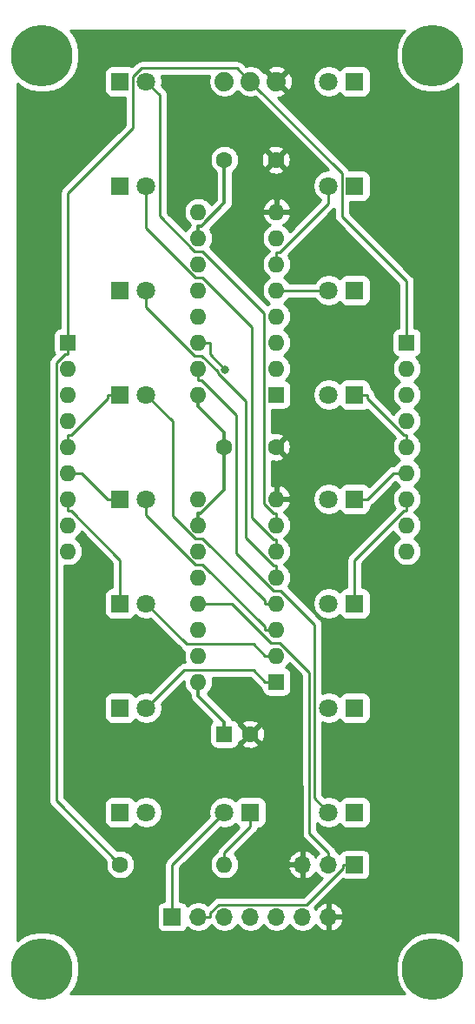
<source format=gbl>
%TF.GenerationSoftware,KiCad,Pcbnew,5.1.5-5.1.5*%
%TF.CreationDate,2019-11-28T22:59:43+11:00*%
%TF.ProjectId,srdisplay,73726469-7370-46c6-9179-2e6b69636164,rev?*%
%TF.SameCoordinates,Original*%
%TF.FileFunction,Copper,L2,Bot*%
%TF.FilePolarity,Positive*%
%FSLAX46Y46*%
G04 Gerber Fmt 4.6, Leading zero omitted, Abs format (unit mm)*
G04 Created by KiCad (PCBNEW 5.1.5-5.1.5) date 2019-11-28 22:59:43*
%MOMM*%
%LPD*%
G04 APERTURE LIST*
%ADD10C,1.879600*%
%ADD11O,1.700000X1.700000*%
%ADD12R,1.700000X1.700000*%
%ADD13C,6.000000*%
%ADD14C,1.600000*%
%ADD15R,1.600000X1.600000*%
%ADD16O,1.600000X1.600000*%
%ADD17C,1.800000*%
%ADD18R,1.800000X1.800000*%
%ADD19C,0.800000*%
%ADD20C,0.250000*%
%ADD21C,0.300000*%
%ADD22C,0.254000*%
G04 APERTURE END LIST*
D10*
X170180000Y-38100000D03*
X172720000Y-38100000D03*
X175260000Y-38100000D03*
D11*
X180340000Y-119380000D03*
X177800000Y-119380000D03*
X175260000Y-119380000D03*
X172720000Y-119380000D03*
X170180000Y-119380000D03*
X167640000Y-119380000D03*
D12*
X165100000Y-119380000D03*
D13*
X190500000Y-124460000D03*
D11*
X177800000Y-114300000D03*
X180340000Y-114300000D03*
D12*
X182880000Y-114300000D03*
D13*
X152400000Y-124460000D03*
D14*
X172680000Y-101600000D03*
D15*
X170180000Y-101600000D03*
D16*
X170180000Y-114300000D03*
D14*
X160020000Y-114300000D03*
D13*
X190500000Y-35560000D03*
X152400000Y-35560000D03*
D17*
X170180000Y-109220000D03*
D18*
X172720000Y-109220000D03*
D17*
X162560000Y-38100000D03*
D18*
X160020000Y-38100000D03*
D17*
X162560000Y-48260000D03*
D18*
X160020000Y-48260000D03*
D17*
X162560000Y-58420000D03*
D18*
X160020000Y-58420000D03*
D17*
X162560000Y-68580000D03*
D18*
X160020000Y-68580000D03*
D17*
X162560000Y-78740000D03*
D18*
X160020000Y-78740000D03*
D17*
X162560000Y-88900000D03*
D18*
X160020000Y-88900000D03*
D17*
X162560000Y-99060000D03*
D18*
X160020000Y-99060000D03*
D17*
X162560000Y-109220000D03*
D18*
X160020000Y-109220000D03*
D17*
X180340000Y-38100000D03*
D18*
X182880000Y-38100000D03*
D17*
X180340000Y-48260000D03*
D18*
X182880000Y-48260000D03*
D17*
X180340000Y-58420000D03*
D18*
X182880000Y-58420000D03*
D17*
X180340000Y-68580000D03*
D18*
X182880000Y-68580000D03*
D17*
X180340000Y-78740000D03*
D18*
X182880000Y-78740000D03*
D17*
X180340000Y-88900000D03*
D18*
X182880000Y-88900000D03*
D17*
X180340000Y-99060000D03*
D18*
X182880000Y-99060000D03*
D17*
X180340000Y-109220000D03*
D18*
X182880000Y-109220000D03*
D14*
X175180000Y-73660000D03*
X170180000Y-73660000D03*
X175180000Y-45720000D03*
X170180000Y-45720000D03*
D16*
X167640000Y-96520000D03*
X175260000Y-78740000D03*
X167640000Y-93980000D03*
X175260000Y-81280000D03*
X167640000Y-91440000D03*
X175260000Y-83820000D03*
X167640000Y-88900000D03*
X175260000Y-86360000D03*
X167640000Y-86360000D03*
X175260000Y-88900000D03*
X167640000Y-83820000D03*
X175260000Y-91440000D03*
X167640000Y-81280000D03*
X175260000Y-93980000D03*
X167640000Y-78740000D03*
D15*
X175260000Y-96520000D03*
D16*
X167640000Y-68580000D03*
X175260000Y-50800000D03*
X167640000Y-66040000D03*
X175260000Y-53340000D03*
X167640000Y-63500000D03*
X175260000Y-55880000D03*
X167640000Y-60960000D03*
X175260000Y-58420000D03*
X167640000Y-58420000D03*
X175260000Y-60960000D03*
X167640000Y-55880000D03*
X175260000Y-63500000D03*
X167640000Y-53340000D03*
X175260000Y-66040000D03*
X167640000Y-50800000D03*
D15*
X175260000Y-68580000D03*
D16*
X154940000Y-83820000D03*
X154940000Y-81280000D03*
X154940000Y-78740000D03*
X154940000Y-76200000D03*
X154940000Y-73660000D03*
X154940000Y-71120000D03*
X154940000Y-68580000D03*
X154940000Y-66040000D03*
D15*
X154940000Y-63500000D03*
D16*
X187960000Y-83820000D03*
X187960000Y-81280000D03*
X187960000Y-78740000D03*
X187960000Y-76200000D03*
X187960000Y-73660000D03*
X187960000Y-71120000D03*
X187960000Y-68580000D03*
X187960000Y-66040000D03*
D15*
X187960000Y-63500000D03*
D19*
X170262300Y-66122300D03*
D20*
X167640000Y-67165300D02*
X167921300Y-67165300D01*
X167921300Y-67165300D02*
X171358800Y-70602800D01*
X171358800Y-70602800D02*
X171358800Y-84063100D01*
X171358800Y-84063100D02*
X174925700Y-87630000D01*
X174925700Y-87630000D02*
X175655500Y-87630000D01*
X175655500Y-87630000D02*
X178975500Y-90950000D01*
X178975500Y-90950000D02*
X178975500Y-107855500D01*
X178975500Y-107855500D02*
X180340000Y-109220000D01*
X167640000Y-66040000D02*
X167640000Y-67165300D01*
X187960000Y-78740000D02*
X187960000Y-79865300D01*
X187960000Y-79865300D02*
X187678700Y-79865300D01*
X187678700Y-79865300D02*
X182880000Y-84664000D01*
X182880000Y-84664000D02*
X182880000Y-88900000D01*
X182880000Y-78740000D02*
X184105300Y-78740000D01*
X187960000Y-76200000D02*
X186645300Y-76200000D01*
X186645300Y-76200000D02*
X184105300Y-78740000D01*
X182880000Y-68580000D02*
X184105300Y-68580000D01*
X187960000Y-73660000D02*
X187960000Y-72534700D01*
X187960000Y-72534700D02*
X187678700Y-72534700D01*
X187678700Y-72534700D02*
X184105300Y-68961300D01*
X184105300Y-68961300D02*
X184105300Y-68580000D01*
X175260000Y-58420000D02*
X180340000Y-58420000D01*
X175260000Y-55880000D02*
X175260000Y-54754700D01*
X175260000Y-54754700D02*
X175541300Y-54754700D01*
X175541300Y-54754700D02*
X180340000Y-49956000D01*
X180340000Y-49956000D02*
X180340000Y-48260000D01*
X175260000Y-96520000D02*
X174134700Y-96520000D01*
X162560000Y-99060000D02*
X166225300Y-95394700D01*
X166225300Y-95394700D02*
X173009400Y-95394700D01*
X173009400Y-95394700D02*
X174134700Y-96520000D01*
X175260000Y-93980000D02*
X174134700Y-93980000D01*
X174134700Y-93980000D02*
X173009400Y-92854700D01*
X173009400Y-92854700D02*
X166514700Y-92854700D01*
X166514700Y-92854700D02*
X162560000Y-88900000D01*
X154940000Y-78740000D02*
X154940000Y-79865300D01*
X154940000Y-79865300D02*
X155221300Y-79865300D01*
X155221300Y-79865300D02*
X160020000Y-84664000D01*
X160020000Y-84664000D02*
X160020000Y-88900000D01*
X175260000Y-91440000D02*
X174134700Y-91440000D01*
X174134700Y-91440000D02*
X174134700Y-91158700D01*
X174134700Y-91158700D02*
X168066000Y-85090000D01*
X168066000Y-85090000D02*
X167314300Y-85090000D01*
X167314300Y-85090000D02*
X162560000Y-80335700D01*
X162560000Y-80335700D02*
X162560000Y-78740000D01*
X160020000Y-78740000D02*
X158794700Y-78740000D01*
X154940000Y-76200000D02*
X156254700Y-76200000D01*
X156254700Y-76200000D02*
X158794700Y-78740000D01*
D21*
X172680000Y-101600000D02*
X177800000Y-106720000D01*
X177800000Y-106720000D02*
X177800000Y-114300000D01*
X167640000Y-53340000D02*
X167640000Y-52189700D01*
X167640000Y-52189700D02*
X167927600Y-52189700D01*
X167927600Y-52189700D02*
X170180000Y-49937300D01*
X170180000Y-49937300D02*
X170180000Y-45720000D01*
X170180000Y-101600000D02*
X170180000Y-100449700D01*
X170180000Y-100449700D02*
X167640000Y-97909700D01*
X167640000Y-97909700D02*
X167640000Y-96520000D01*
X170180000Y-73660000D02*
X170180000Y-77828000D01*
X170180000Y-77828000D02*
X167878300Y-80129700D01*
X167878300Y-80129700D02*
X167640000Y-80129700D01*
X170180000Y-73660000D02*
X170180000Y-72270300D01*
X170180000Y-72270300D02*
X167640000Y-69730300D01*
X167640000Y-81280000D02*
X167640000Y-80129700D01*
X167640000Y-68580000D02*
X167640000Y-69730300D01*
D20*
X175260000Y-88900000D02*
X174134700Y-88900000D01*
X174134700Y-88900000D02*
X174134700Y-88618700D01*
X174134700Y-88618700D02*
X168066000Y-82550000D01*
X168066000Y-82550000D02*
X167308800Y-82550000D01*
X167308800Y-82550000D02*
X165170700Y-80411900D01*
X165170700Y-80411900D02*
X165170700Y-71190700D01*
X165170700Y-71190700D02*
X162560000Y-68580000D01*
X160020000Y-68580000D02*
X158794700Y-68580000D01*
X154940000Y-73660000D02*
X154940000Y-72534700D01*
X154940000Y-72534700D02*
X155221300Y-72534700D01*
X155221300Y-72534700D02*
X158794700Y-68961300D01*
X158794700Y-68961300D02*
X158794700Y-68580000D01*
X175260000Y-86360000D02*
X175260000Y-85234700D01*
X175260000Y-85234700D02*
X174978700Y-85234700D01*
X174978700Y-85234700D02*
X172238000Y-82494000D01*
X172238000Y-82494000D02*
X172238000Y-69225100D01*
X172238000Y-69225100D02*
X169536900Y-66524000D01*
X169536900Y-66524000D02*
X169536900Y-66330300D01*
X169536900Y-66330300D02*
X167976600Y-64770000D01*
X167976600Y-64770000D02*
X167245600Y-64770000D01*
X167245600Y-64770000D02*
X162560000Y-60084400D01*
X162560000Y-60084400D02*
X162560000Y-58420000D01*
X162560000Y-48260000D02*
X162560000Y-52396800D01*
X162560000Y-52396800D02*
X167357800Y-57194600D01*
X167357800Y-57194600D02*
X168012400Y-57194600D01*
X168012400Y-57194600D02*
X172837900Y-62020100D01*
X172837900Y-62020100D02*
X172837900Y-80553900D01*
X172837900Y-80553900D02*
X174978700Y-82694700D01*
X174978700Y-82694700D02*
X175260000Y-82694700D01*
X175260000Y-83820000D02*
X175260000Y-82694700D01*
X175260000Y-81280000D02*
X175260000Y-80154700D01*
X175260000Y-80154700D02*
X174978700Y-80154700D01*
X174978700Y-80154700D02*
X174054600Y-79230600D01*
X174054600Y-79230600D02*
X174054600Y-60646900D01*
X174054600Y-60646900D02*
X168017700Y-54610000D01*
X168017700Y-54610000D02*
X167277000Y-54610000D01*
X167277000Y-54610000D02*
X163877400Y-51210400D01*
X163877400Y-51210400D02*
X163877400Y-39417400D01*
X163877400Y-39417400D02*
X162560000Y-38100000D01*
X167640000Y-63500000D02*
X168765300Y-63500000D01*
X168765300Y-63500000D02*
X168765300Y-64625300D01*
X168765300Y-64625300D02*
X170262300Y-66122300D01*
X170180000Y-109220000D02*
X165100000Y-114300000D01*
X165100000Y-114300000D02*
X165100000Y-119380000D01*
X170180000Y-114300000D02*
X170180000Y-113174700D01*
X172720000Y-109220000D02*
X172720000Y-110634700D01*
X172720000Y-110634700D02*
X170180000Y-113174700D01*
X172720000Y-38100000D02*
X171442600Y-36822600D01*
X171442600Y-36822600D02*
X162093700Y-36822600D01*
X162093700Y-36822600D02*
X161245300Y-37671000D01*
X161245300Y-37671000D02*
X161245300Y-42656600D01*
X161245300Y-42656600D02*
X154940000Y-48961900D01*
X154940000Y-48961900D02*
X154940000Y-63500000D01*
X187960000Y-63500000D02*
X187960000Y-57547200D01*
X187960000Y-57547200D02*
X181654600Y-51241800D01*
X181654600Y-51241800D02*
X181654600Y-47034600D01*
X181654600Y-47034600D02*
X172720000Y-38100000D01*
X154940000Y-63500000D02*
X154940000Y-64625300D01*
X160020000Y-114300000D02*
X153814700Y-108094700D01*
X153814700Y-108094700D02*
X153814700Y-65469200D01*
X153814700Y-65469200D02*
X154658600Y-64625300D01*
X154658600Y-64625300D02*
X154940000Y-64625300D01*
X167640000Y-88900000D02*
X170919800Y-88900000D01*
X170919800Y-88900000D02*
X174729800Y-92710000D01*
X174729800Y-92710000D02*
X175584300Y-92710000D01*
X175584300Y-92710000D02*
X178470600Y-95596300D01*
X178470600Y-95596300D02*
X178470600Y-111255400D01*
X178470600Y-111255400D02*
X178470700Y-111255400D01*
X178470700Y-111255400D02*
X180340000Y-113124700D01*
X180340000Y-114300000D02*
X180340000Y-113124700D01*
X167640000Y-119380000D02*
X168815300Y-119380000D01*
X182880000Y-114300000D02*
X181704700Y-114300000D01*
X181704700Y-114300000D02*
X181704700Y-114667400D01*
X181704700Y-114667400D02*
X178167400Y-118204700D01*
X178167400Y-118204700D02*
X169623200Y-118204700D01*
X169623200Y-118204700D02*
X168815300Y-119012600D01*
X168815300Y-119012600D02*
X168815300Y-119380000D01*
D22*
G36*
X187676511Y-33242823D02*
G01*
X187278705Y-33838182D01*
X187004691Y-34499710D01*
X186865000Y-35201984D01*
X186865000Y-35918016D01*
X187004691Y-36620290D01*
X187278705Y-37281818D01*
X187676511Y-37877177D01*
X188182823Y-38383489D01*
X188778182Y-38781295D01*
X189439710Y-39055309D01*
X190141984Y-39195000D01*
X190858016Y-39195000D01*
X191560290Y-39055309D01*
X192221818Y-38781295D01*
X192817177Y-38383489D01*
X192913000Y-38287666D01*
X192913000Y-121732334D01*
X192817177Y-121636511D01*
X192221818Y-121238705D01*
X191560290Y-120964691D01*
X190858016Y-120825000D01*
X190141984Y-120825000D01*
X189439710Y-120964691D01*
X188778182Y-121238705D01*
X188182823Y-121636511D01*
X187676511Y-122142823D01*
X187278705Y-122738182D01*
X187004691Y-123399710D01*
X186865000Y-124101984D01*
X186865000Y-124818016D01*
X187004691Y-125520290D01*
X187278705Y-126181818D01*
X187676511Y-126777177D01*
X187772334Y-126873000D01*
X155127666Y-126873000D01*
X155223489Y-126777177D01*
X155621295Y-126181818D01*
X155895309Y-125520290D01*
X156035000Y-124818016D01*
X156035000Y-124101984D01*
X155895309Y-123399710D01*
X155621295Y-122738182D01*
X155223489Y-122142823D01*
X154717177Y-121636511D01*
X154121818Y-121238705D01*
X153460290Y-120964691D01*
X152758016Y-120825000D01*
X152041984Y-120825000D01*
X151339710Y-120964691D01*
X150678182Y-121238705D01*
X150082823Y-121636511D01*
X149987000Y-121732334D01*
X149987000Y-65469200D01*
X153051024Y-65469200D01*
X153054701Y-65506533D01*
X153054700Y-108057378D01*
X153051024Y-108094700D01*
X153054700Y-108132022D01*
X153054700Y-108132032D01*
X153065697Y-108243685D01*
X153109154Y-108386946D01*
X153179726Y-108518976D01*
X153214252Y-108561046D01*
X153274699Y-108634701D01*
X153303703Y-108658504D01*
X158621312Y-113976115D01*
X158585000Y-114158665D01*
X158585000Y-114441335D01*
X158640147Y-114718574D01*
X158748320Y-114979727D01*
X158905363Y-115214759D01*
X159105241Y-115414637D01*
X159340273Y-115571680D01*
X159601426Y-115679853D01*
X159878665Y-115735000D01*
X160161335Y-115735000D01*
X160438574Y-115679853D01*
X160699727Y-115571680D01*
X160934759Y-115414637D01*
X161134637Y-115214759D01*
X161291680Y-114979727D01*
X161399853Y-114718574D01*
X161455000Y-114441335D01*
X161455000Y-114158665D01*
X161399853Y-113881426D01*
X161291680Y-113620273D01*
X161134637Y-113385241D01*
X160934759Y-113185363D01*
X160699727Y-113028320D01*
X160438574Y-112920147D01*
X160161335Y-112865000D01*
X159878665Y-112865000D01*
X159696115Y-112901312D01*
X155114802Y-108320000D01*
X158481928Y-108320000D01*
X158481928Y-110120000D01*
X158494188Y-110244482D01*
X158530498Y-110364180D01*
X158589463Y-110474494D01*
X158668815Y-110571185D01*
X158765506Y-110650537D01*
X158875820Y-110709502D01*
X158995518Y-110745812D01*
X159120000Y-110758072D01*
X160920000Y-110758072D01*
X161044482Y-110745812D01*
X161164180Y-110709502D01*
X161274494Y-110650537D01*
X161371185Y-110571185D01*
X161450537Y-110474494D01*
X161509502Y-110364180D01*
X161515056Y-110345873D01*
X161581495Y-110412312D01*
X161832905Y-110580299D01*
X162112257Y-110696011D01*
X162408816Y-110755000D01*
X162711184Y-110755000D01*
X163007743Y-110696011D01*
X163287095Y-110580299D01*
X163538505Y-110412312D01*
X163752312Y-110198505D01*
X163920299Y-109947095D01*
X164036011Y-109667743D01*
X164095000Y-109371184D01*
X164095000Y-109068816D01*
X164036011Y-108772257D01*
X163920299Y-108492905D01*
X163752312Y-108241495D01*
X163538505Y-108027688D01*
X163287095Y-107859701D01*
X163007743Y-107743989D01*
X162711184Y-107685000D01*
X162408816Y-107685000D01*
X162112257Y-107743989D01*
X161832905Y-107859701D01*
X161581495Y-108027688D01*
X161515056Y-108094127D01*
X161509502Y-108075820D01*
X161450537Y-107965506D01*
X161371185Y-107868815D01*
X161274494Y-107789463D01*
X161164180Y-107730498D01*
X161044482Y-107694188D01*
X160920000Y-107681928D01*
X159120000Y-107681928D01*
X158995518Y-107694188D01*
X158875820Y-107730498D01*
X158765506Y-107789463D01*
X158668815Y-107868815D01*
X158589463Y-107965506D01*
X158530498Y-108075820D01*
X158494188Y-108195518D01*
X158481928Y-108320000D01*
X155114802Y-108320000D01*
X154574700Y-107779899D01*
X154574700Y-85210450D01*
X154798665Y-85255000D01*
X155081335Y-85255000D01*
X155358574Y-85199853D01*
X155619727Y-85091680D01*
X155854759Y-84934637D01*
X156054637Y-84734759D01*
X156211680Y-84499727D01*
X156319853Y-84238574D01*
X156375000Y-83961335D01*
X156375000Y-83678665D01*
X156319853Y-83401426D01*
X156211680Y-83140273D01*
X156054637Y-82905241D01*
X155854759Y-82705363D01*
X155622241Y-82550000D01*
X155854759Y-82394637D01*
X156054637Y-82194759D01*
X156211680Y-81959727D01*
X156220246Y-81939047D01*
X159260000Y-84978802D01*
X159260001Y-87361928D01*
X159120000Y-87361928D01*
X158995518Y-87374188D01*
X158875820Y-87410498D01*
X158765506Y-87469463D01*
X158668815Y-87548815D01*
X158589463Y-87645506D01*
X158530498Y-87755820D01*
X158494188Y-87875518D01*
X158481928Y-88000000D01*
X158481928Y-89800000D01*
X158494188Y-89924482D01*
X158530498Y-90044180D01*
X158589463Y-90154494D01*
X158668815Y-90251185D01*
X158765506Y-90330537D01*
X158875820Y-90389502D01*
X158995518Y-90425812D01*
X159120000Y-90438072D01*
X160920000Y-90438072D01*
X161044482Y-90425812D01*
X161164180Y-90389502D01*
X161274494Y-90330537D01*
X161371185Y-90251185D01*
X161450537Y-90154494D01*
X161509502Y-90044180D01*
X161515056Y-90025873D01*
X161581495Y-90092312D01*
X161832905Y-90260299D01*
X162112257Y-90376011D01*
X162408816Y-90435000D01*
X162711184Y-90435000D01*
X162968930Y-90383731D01*
X165950905Y-93365708D01*
X165974699Y-93394701D01*
X166003692Y-93418495D01*
X166003696Y-93418499D01*
X166053051Y-93459003D01*
X166090424Y-93489674D01*
X166222453Y-93560246D01*
X166258223Y-93571097D01*
X166205000Y-93838665D01*
X166205000Y-94121335D01*
X166260147Y-94398574D01*
X166357953Y-94634700D01*
X166262623Y-94634700D01*
X166225300Y-94631024D01*
X166187977Y-94634700D01*
X166187967Y-94634700D01*
X166076314Y-94645697D01*
X165944947Y-94685546D01*
X165933053Y-94689154D01*
X165801023Y-94759726D01*
X165717383Y-94828368D01*
X165685299Y-94854699D01*
X165661501Y-94883697D01*
X162968930Y-97576269D01*
X162711184Y-97525000D01*
X162408816Y-97525000D01*
X162112257Y-97583989D01*
X161832905Y-97699701D01*
X161581495Y-97867688D01*
X161515056Y-97934127D01*
X161509502Y-97915820D01*
X161450537Y-97805506D01*
X161371185Y-97708815D01*
X161274494Y-97629463D01*
X161164180Y-97570498D01*
X161044482Y-97534188D01*
X160920000Y-97521928D01*
X159120000Y-97521928D01*
X158995518Y-97534188D01*
X158875820Y-97570498D01*
X158765506Y-97629463D01*
X158668815Y-97708815D01*
X158589463Y-97805506D01*
X158530498Y-97915820D01*
X158494188Y-98035518D01*
X158481928Y-98160000D01*
X158481928Y-99960000D01*
X158494188Y-100084482D01*
X158530498Y-100204180D01*
X158589463Y-100314494D01*
X158668815Y-100411185D01*
X158765506Y-100490537D01*
X158875820Y-100549502D01*
X158995518Y-100585812D01*
X159120000Y-100598072D01*
X160920000Y-100598072D01*
X161044482Y-100585812D01*
X161164180Y-100549502D01*
X161274494Y-100490537D01*
X161371185Y-100411185D01*
X161450537Y-100314494D01*
X161509502Y-100204180D01*
X161515056Y-100185873D01*
X161581495Y-100252312D01*
X161832905Y-100420299D01*
X162112257Y-100536011D01*
X162408816Y-100595000D01*
X162711184Y-100595000D01*
X163007743Y-100536011D01*
X163287095Y-100420299D01*
X163538505Y-100252312D01*
X163752312Y-100038505D01*
X163920299Y-99787095D01*
X164036011Y-99507743D01*
X164095000Y-99211184D01*
X164095000Y-98908816D01*
X164043731Y-98651070D01*
X166205000Y-96489802D01*
X166205000Y-96661335D01*
X166260147Y-96938574D01*
X166368320Y-97199727D01*
X166525363Y-97434759D01*
X166725241Y-97634637D01*
X166855000Y-97721339D01*
X166855000Y-97871147D01*
X166851203Y-97909700D01*
X166855000Y-97948253D01*
X166855000Y-97948260D01*
X166866359Y-98063586D01*
X166911246Y-98211559D01*
X166984138Y-98347932D01*
X167082236Y-98467464D01*
X167112190Y-98492047D01*
X168950863Y-100330721D01*
X168928815Y-100348815D01*
X168849463Y-100445506D01*
X168790498Y-100555820D01*
X168754188Y-100675518D01*
X168741928Y-100800000D01*
X168741928Y-102400000D01*
X168754188Y-102524482D01*
X168790498Y-102644180D01*
X168849463Y-102754494D01*
X168928815Y-102851185D01*
X169025506Y-102930537D01*
X169135820Y-102989502D01*
X169255518Y-103025812D01*
X169380000Y-103038072D01*
X170980000Y-103038072D01*
X171104482Y-103025812D01*
X171224180Y-102989502D01*
X171334494Y-102930537D01*
X171431185Y-102851185D01*
X171510537Y-102754494D01*
X171569502Y-102644180D01*
X171585117Y-102592702D01*
X171866903Y-102592702D01*
X171938486Y-102836671D01*
X172193996Y-102957571D01*
X172468184Y-103026300D01*
X172750512Y-103040217D01*
X173030130Y-102998787D01*
X173296292Y-102903603D01*
X173421514Y-102836671D01*
X173493097Y-102592702D01*
X172680000Y-101779605D01*
X171866903Y-102592702D01*
X171585117Y-102592702D01*
X171605812Y-102524482D01*
X171618072Y-102400000D01*
X171618072Y-102392785D01*
X171687298Y-102413097D01*
X172500395Y-101600000D01*
X172859605Y-101600000D01*
X173672702Y-102413097D01*
X173916671Y-102341514D01*
X174037571Y-102086004D01*
X174106300Y-101811816D01*
X174120217Y-101529488D01*
X174078787Y-101249870D01*
X173983603Y-100983708D01*
X173916671Y-100858486D01*
X173672702Y-100786903D01*
X172859605Y-101600000D01*
X172500395Y-101600000D01*
X171687298Y-100786903D01*
X171618072Y-100807215D01*
X171618072Y-100800000D01*
X171605812Y-100675518D01*
X171585118Y-100607298D01*
X171866903Y-100607298D01*
X172680000Y-101420395D01*
X173493097Y-100607298D01*
X173421514Y-100363329D01*
X173166004Y-100242429D01*
X172891816Y-100173700D01*
X172609488Y-100159783D01*
X172329870Y-100201213D01*
X172063708Y-100296397D01*
X171938486Y-100363329D01*
X171866903Y-100607298D01*
X171585118Y-100607298D01*
X171569502Y-100555820D01*
X171510537Y-100445506D01*
X171431185Y-100348815D01*
X171334494Y-100269463D01*
X171224180Y-100210498D01*
X171104482Y-100174188D01*
X170980000Y-100161928D01*
X170913028Y-100161928D01*
X170908754Y-100147840D01*
X170835862Y-100011467D01*
X170737764Y-99891936D01*
X170707816Y-99867358D01*
X168507003Y-97666546D01*
X168554759Y-97634637D01*
X168754637Y-97434759D01*
X168911680Y-97199727D01*
X169019853Y-96938574D01*
X169075000Y-96661335D01*
X169075000Y-96378665D01*
X169030450Y-96154700D01*
X172694599Y-96154700D01*
X173570901Y-97031003D01*
X173594699Y-97060001D01*
X173623697Y-97083799D01*
X173710424Y-97154974D01*
X173821928Y-97214575D01*
X173821928Y-97320000D01*
X173834188Y-97444482D01*
X173870498Y-97564180D01*
X173929463Y-97674494D01*
X174008815Y-97771185D01*
X174105506Y-97850537D01*
X174215820Y-97909502D01*
X174335518Y-97945812D01*
X174460000Y-97958072D01*
X176060000Y-97958072D01*
X176184482Y-97945812D01*
X176304180Y-97909502D01*
X176414494Y-97850537D01*
X176511185Y-97771185D01*
X176590537Y-97674494D01*
X176649502Y-97564180D01*
X176685812Y-97444482D01*
X176698072Y-97320000D01*
X176698072Y-95720000D01*
X176685812Y-95595518D01*
X176649502Y-95475820D01*
X176590537Y-95365506D01*
X176511185Y-95268815D01*
X176414494Y-95189463D01*
X176304180Y-95130498D01*
X176184482Y-95094188D01*
X176176039Y-95093357D01*
X176374637Y-94894759D01*
X176502659Y-94703160D01*
X177710600Y-95911102D01*
X177710601Y-111218057D01*
X177706923Y-111255400D01*
X177721597Y-111404386D01*
X177765054Y-111547647D01*
X177835626Y-111679676D01*
X177930599Y-111795401D01*
X177960160Y-111819661D01*
X179340195Y-113199698D01*
X179186525Y-113353368D01*
X179064805Y-113535534D01*
X178995178Y-113418645D01*
X178800269Y-113202412D01*
X178566920Y-113028359D01*
X178304099Y-112903175D01*
X178156890Y-112858524D01*
X177927000Y-112979845D01*
X177927000Y-114173000D01*
X177947000Y-114173000D01*
X177947000Y-114427000D01*
X177927000Y-114427000D01*
X177927000Y-115620155D01*
X178156890Y-115741476D01*
X178304099Y-115696825D01*
X178566920Y-115571641D01*
X178800269Y-115397588D01*
X178995178Y-115181355D01*
X179064805Y-115064466D01*
X179186525Y-115246632D01*
X179393368Y-115453475D01*
X179636589Y-115615990D01*
X179668210Y-115629088D01*
X177852599Y-117444700D01*
X169660522Y-117444700D01*
X169623199Y-117441024D01*
X169585876Y-117444700D01*
X169585867Y-117444700D01*
X169474214Y-117455697D01*
X169330953Y-117499154D01*
X169198923Y-117569726D01*
X169115283Y-117638368D01*
X169083199Y-117664699D01*
X169059401Y-117693698D01*
X168550630Y-118202469D01*
X168343411Y-118064010D01*
X168073158Y-117952068D01*
X167786260Y-117895000D01*
X167493740Y-117895000D01*
X167206842Y-117952068D01*
X166936589Y-118064010D01*
X166693368Y-118226525D01*
X166561513Y-118358380D01*
X166539502Y-118285820D01*
X166480537Y-118175506D01*
X166401185Y-118078815D01*
X166304494Y-117999463D01*
X166194180Y-117940498D01*
X166074482Y-117904188D01*
X165950000Y-117891928D01*
X165860000Y-117891928D01*
X165860000Y-114614801D01*
X169771070Y-110703731D01*
X170028816Y-110755000D01*
X170331184Y-110755000D01*
X170627743Y-110696011D01*
X170907095Y-110580299D01*
X171158505Y-110412312D01*
X171224944Y-110345873D01*
X171230498Y-110364180D01*
X171289463Y-110474494D01*
X171368815Y-110571185D01*
X171465506Y-110650537D01*
X171572285Y-110707612D01*
X169668998Y-112610901D01*
X169640000Y-112634699D01*
X169616202Y-112663697D01*
X169616201Y-112663698D01*
X169545026Y-112750424D01*
X169474454Y-112882454D01*
X169446165Y-112975713D01*
X169430998Y-113025714D01*
X169425843Y-113078052D01*
X169265241Y-113185363D01*
X169065363Y-113385241D01*
X168908320Y-113620273D01*
X168800147Y-113881426D01*
X168745000Y-114158665D01*
X168745000Y-114441335D01*
X168800147Y-114718574D01*
X168908320Y-114979727D01*
X169065363Y-115214759D01*
X169265241Y-115414637D01*
X169500273Y-115571680D01*
X169761426Y-115679853D01*
X170038665Y-115735000D01*
X170321335Y-115735000D01*
X170598574Y-115679853D01*
X170859727Y-115571680D01*
X171094759Y-115414637D01*
X171294637Y-115214759D01*
X171451680Y-114979727D01*
X171559853Y-114718574D01*
X171572122Y-114656891D01*
X176358519Y-114656891D01*
X176455843Y-114931252D01*
X176604822Y-115181355D01*
X176799731Y-115397588D01*
X177033080Y-115571641D01*
X177295901Y-115696825D01*
X177443110Y-115741476D01*
X177673000Y-115620155D01*
X177673000Y-114427000D01*
X176479186Y-114427000D01*
X176358519Y-114656891D01*
X171572122Y-114656891D01*
X171615000Y-114441335D01*
X171615000Y-114158665D01*
X171572123Y-113943109D01*
X176358519Y-113943109D01*
X176479186Y-114173000D01*
X177673000Y-114173000D01*
X177673000Y-112979845D01*
X177443110Y-112858524D01*
X177295901Y-112903175D01*
X177033080Y-113028359D01*
X176799731Y-113202412D01*
X176604822Y-113418645D01*
X176455843Y-113668748D01*
X176358519Y-113943109D01*
X171572123Y-113943109D01*
X171559853Y-113881426D01*
X171451680Y-113620273D01*
X171294637Y-113385241D01*
X171169449Y-113260053D01*
X173231008Y-111198495D01*
X173260001Y-111174701D01*
X173283795Y-111145708D01*
X173283799Y-111145704D01*
X173354973Y-111058977D01*
X173354974Y-111058976D01*
X173425546Y-110926947D01*
X173469003Y-110783686D01*
X173471526Y-110758072D01*
X173620000Y-110758072D01*
X173744482Y-110745812D01*
X173864180Y-110709502D01*
X173974494Y-110650537D01*
X174071185Y-110571185D01*
X174150537Y-110474494D01*
X174209502Y-110364180D01*
X174245812Y-110244482D01*
X174258072Y-110120000D01*
X174258072Y-108320000D01*
X174245812Y-108195518D01*
X174209502Y-108075820D01*
X174150537Y-107965506D01*
X174071185Y-107868815D01*
X173974494Y-107789463D01*
X173864180Y-107730498D01*
X173744482Y-107694188D01*
X173620000Y-107681928D01*
X171820000Y-107681928D01*
X171695518Y-107694188D01*
X171575820Y-107730498D01*
X171465506Y-107789463D01*
X171368815Y-107868815D01*
X171289463Y-107965506D01*
X171230498Y-108075820D01*
X171224944Y-108094127D01*
X171158505Y-108027688D01*
X170907095Y-107859701D01*
X170627743Y-107743989D01*
X170331184Y-107685000D01*
X170028816Y-107685000D01*
X169732257Y-107743989D01*
X169452905Y-107859701D01*
X169201495Y-108027688D01*
X168987688Y-108241495D01*
X168819701Y-108492905D01*
X168703989Y-108772257D01*
X168645000Y-109068816D01*
X168645000Y-109371184D01*
X168696269Y-109628930D01*
X164589003Y-113736196D01*
X164559999Y-113759999D01*
X164519232Y-113809674D01*
X164465026Y-113875724D01*
X164450060Y-113903724D01*
X164394454Y-114007754D01*
X164350997Y-114151015D01*
X164340000Y-114262668D01*
X164340000Y-114262678D01*
X164336324Y-114300000D01*
X164340000Y-114337323D01*
X164340001Y-117891928D01*
X164250000Y-117891928D01*
X164125518Y-117904188D01*
X164005820Y-117940498D01*
X163895506Y-117999463D01*
X163798815Y-118078815D01*
X163719463Y-118175506D01*
X163660498Y-118285820D01*
X163624188Y-118405518D01*
X163611928Y-118530000D01*
X163611928Y-120230000D01*
X163624188Y-120354482D01*
X163660498Y-120474180D01*
X163719463Y-120584494D01*
X163798815Y-120681185D01*
X163895506Y-120760537D01*
X164005820Y-120819502D01*
X164125518Y-120855812D01*
X164250000Y-120868072D01*
X165950000Y-120868072D01*
X166074482Y-120855812D01*
X166194180Y-120819502D01*
X166304494Y-120760537D01*
X166401185Y-120681185D01*
X166480537Y-120584494D01*
X166539502Y-120474180D01*
X166561513Y-120401620D01*
X166693368Y-120533475D01*
X166936589Y-120695990D01*
X167206842Y-120807932D01*
X167493740Y-120865000D01*
X167786260Y-120865000D01*
X168073158Y-120807932D01*
X168343411Y-120695990D01*
X168586632Y-120533475D01*
X168793475Y-120326632D01*
X168910000Y-120152240D01*
X169026525Y-120326632D01*
X169233368Y-120533475D01*
X169476589Y-120695990D01*
X169746842Y-120807932D01*
X170033740Y-120865000D01*
X170326260Y-120865000D01*
X170613158Y-120807932D01*
X170883411Y-120695990D01*
X171126632Y-120533475D01*
X171333475Y-120326632D01*
X171450000Y-120152240D01*
X171566525Y-120326632D01*
X171773368Y-120533475D01*
X172016589Y-120695990D01*
X172286842Y-120807932D01*
X172573740Y-120865000D01*
X172866260Y-120865000D01*
X173153158Y-120807932D01*
X173423411Y-120695990D01*
X173666632Y-120533475D01*
X173873475Y-120326632D01*
X173990000Y-120152240D01*
X174106525Y-120326632D01*
X174313368Y-120533475D01*
X174556589Y-120695990D01*
X174826842Y-120807932D01*
X175113740Y-120865000D01*
X175406260Y-120865000D01*
X175693158Y-120807932D01*
X175963411Y-120695990D01*
X176206632Y-120533475D01*
X176413475Y-120326632D01*
X176530000Y-120152240D01*
X176646525Y-120326632D01*
X176853368Y-120533475D01*
X177096589Y-120695990D01*
X177366842Y-120807932D01*
X177653740Y-120865000D01*
X177946260Y-120865000D01*
X178233158Y-120807932D01*
X178503411Y-120695990D01*
X178746632Y-120533475D01*
X178953475Y-120326632D01*
X179075195Y-120144466D01*
X179144822Y-120261355D01*
X179339731Y-120477588D01*
X179573080Y-120651641D01*
X179835901Y-120776825D01*
X179983110Y-120821476D01*
X180213000Y-120700155D01*
X180213000Y-119507000D01*
X180467000Y-119507000D01*
X180467000Y-120700155D01*
X180696890Y-120821476D01*
X180844099Y-120776825D01*
X181106920Y-120651641D01*
X181340269Y-120477588D01*
X181535178Y-120261355D01*
X181684157Y-120011252D01*
X181781481Y-119736891D01*
X181660814Y-119507000D01*
X180467000Y-119507000D01*
X180213000Y-119507000D01*
X180193000Y-119507000D01*
X180193000Y-119253000D01*
X180213000Y-119253000D01*
X180213000Y-118059845D01*
X180467000Y-118059845D01*
X180467000Y-119253000D01*
X181660814Y-119253000D01*
X181781481Y-119023109D01*
X181684157Y-118748748D01*
X181535178Y-118498645D01*
X181340269Y-118282412D01*
X181106920Y-118108359D01*
X180844099Y-117983175D01*
X180696890Y-117938524D01*
X180467000Y-118059845D01*
X180213000Y-118059845D01*
X179983110Y-117938524D01*
X179835901Y-117983175D01*
X179573080Y-118108359D01*
X179339731Y-118282412D01*
X179144822Y-118498645D01*
X179075195Y-118615534D01*
X178977531Y-118469370D01*
X181734716Y-115712186D01*
X181785820Y-115739502D01*
X181905518Y-115775812D01*
X182030000Y-115788072D01*
X183730000Y-115788072D01*
X183854482Y-115775812D01*
X183974180Y-115739502D01*
X184084494Y-115680537D01*
X184181185Y-115601185D01*
X184260537Y-115504494D01*
X184319502Y-115394180D01*
X184355812Y-115274482D01*
X184368072Y-115150000D01*
X184368072Y-113450000D01*
X184355812Y-113325518D01*
X184319502Y-113205820D01*
X184260537Y-113095506D01*
X184181185Y-112998815D01*
X184084494Y-112919463D01*
X183974180Y-112860498D01*
X183854482Y-112824188D01*
X183730000Y-112811928D01*
X182030000Y-112811928D01*
X181905518Y-112824188D01*
X181785820Y-112860498D01*
X181675506Y-112919463D01*
X181578815Y-112998815D01*
X181499463Y-113095506D01*
X181440498Y-113205820D01*
X181418487Y-113278380D01*
X181286632Y-113146525D01*
X181093089Y-113017204D01*
X181089003Y-112975714D01*
X181045546Y-112832453D01*
X180974974Y-112700424D01*
X180921035Y-112634699D01*
X180903799Y-112613696D01*
X180903795Y-112613692D01*
X180880001Y-112584699D01*
X180851008Y-112560905D01*
X179230600Y-110940499D01*
X179230600Y-110281417D01*
X179361495Y-110412312D01*
X179612905Y-110580299D01*
X179892257Y-110696011D01*
X180188816Y-110755000D01*
X180491184Y-110755000D01*
X180787743Y-110696011D01*
X181067095Y-110580299D01*
X181318505Y-110412312D01*
X181384944Y-110345873D01*
X181390498Y-110364180D01*
X181449463Y-110474494D01*
X181528815Y-110571185D01*
X181625506Y-110650537D01*
X181735820Y-110709502D01*
X181855518Y-110745812D01*
X181980000Y-110758072D01*
X183780000Y-110758072D01*
X183904482Y-110745812D01*
X184024180Y-110709502D01*
X184134494Y-110650537D01*
X184231185Y-110571185D01*
X184310537Y-110474494D01*
X184369502Y-110364180D01*
X184405812Y-110244482D01*
X184418072Y-110120000D01*
X184418072Y-108320000D01*
X184405812Y-108195518D01*
X184369502Y-108075820D01*
X184310537Y-107965506D01*
X184231185Y-107868815D01*
X184134494Y-107789463D01*
X184024180Y-107730498D01*
X183904482Y-107694188D01*
X183780000Y-107681928D01*
X181980000Y-107681928D01*
X181855518Y-107694188D01*
X181735820Y-107730498D01*
X181625506Y-107789463D01*
X181528815Y-107868815D01*
X181449463Y-107965506D01*
X181390498Y-108075820D01*
X181384944Y-108094127D01*
X181318505Y-108027688D01*
X181067095Y-107859701D01*
X180787743Y-107743989D01*
X180491184Y-107685000D01*
X180188816Y-107685000D01*
X179931070Y-107736269D01*
X179735500Y-107540699D01*
X179735500Y-100471080D01*
X179892257Y-100536011D01*
X180188816Y-100595000D01*
X180491184Y-100595000D01*
X180787743Y-100536011D01*
X181067095Y-100420299D01*
X181318505Y-100252312D01*
X181384944Y-100185873D01*
X181390498Y-100204180D01*
X181449463Y-100314494D01*
X181528815Y-100411185D01*
X181625506Y-100490537D01*
X181735820Y-100549502D01*
X181855518Y-100585812D01*
X181980000Y-100598072D01*
X183780000Y-100598072D01*
X183904482Y-100585812D01*
X184024180Y-100549502D01*
X184134494Y-100490537D01*
X184231185Y-100411185D01*
X184310537Y-100314494D01*
X184369502Y-100204180D01*
X184405812Y-100084482D01*
X184418072Y-99960000D01*
X184418072Y-98160000D01*
X184405812Y-98035518D01*
X184369502Y-97915820D01*
X184310537Y-97805506D01*
X184231185Y-97708815D01*
X184134494Y-97629463D01*
X184024180Y-97570498D01*
X183904482Y-97534188D01*
X183780000Y-97521928D01*
X181980000Y-97521928D01*
X181855518Y-97534188D01*
X181735820Y-97570498D01*
X181625506Y-97629463D01*
X181528815Y-97708815D01*
X181449463Y-97805506D01*
X181390498Y-97915820D01*
X181384944Y-97934127D01*
X181318505Y-97867688D01*
X181067095Y-97699701D01*
X180787743Y-97583989D01*
X180491184Y-97525000D01*
X180188816Y-97525000D01*
X179892257Y-97583989D01*
X179735500Y-97648920D01*
X179735500Y-90987322D01*
X179739176Y-90949999D01*
X179735500Y-90912676D01*
X179735500Y-90912667D01*
X179724503Y-90801014D01*
X179681046Y-90657753D01*
X179610475Y-90525725D01*
X179610474Y-90525723D01*
X179539299Y-90438997D01*
X179515501Y-90409999D01*
X179486504Y-90386202D01*
X176374806Y-87274505D01*
X176531680Y-87039727D01*
X176639853Y-86778574D01*
X176695000Y-86501335D01*
X176695000Y-86218665D01*
X176639853Y-85941426D01*
X176531680Y-85680273D01*
X176374637Y-85445241D01*
X176174759Y-85245363D01*
X176014158Y-85138053D01*
X176009003Y-85085714D01*
X175998833Y-85052187D01*
X176174759Y-84934637D01*
X176374637Y-84734759D01*
X176531680Y-84499727D01*
X176639853Y-84238574D01*
X176695000Y-83961335D01*
X176695000Y-83678665D01*
X176639853Y-83401426D01*
X176531680Y-83140273D01*
X176374637Y-82905241D01*
X176174759Y-82705363D01*
X176014158Y-82598053D01*
X176009003Y-82545714D01*
X175998833Y-82512187D01*
X176174759Y-82394637D01*
X176374637Y-82194759D01*
X176531680Y-81959727D01*
X176639853Y-81698574D01*
X176695000Y-81421335D01*
X176695000Y-81138665D01*
X176639853Y-80861426D01*
X176531680Y-80600273D01*
X176374637Y-80365241D01*
X176174759Y-80165363D01*
X176014158Y-80058053D01*
X176009003Y-80005714D01*
X175996252Y-79963680D01*
X176115131Y-79892385D01*
X176323519Y-79703414D01*
X176491037Y-79477420D01*
X176611246Y-79223087D01*
X176651904Y-79089039D01*
X176529915Y-78867000D01*
X175387000Y-78867000D01*
X175387000Y-78887000D01*
X175133000Y-78887000D01*
X175133000Y-78867000D01*
X175113000Y-78867000D01*
X175113000Y-78613000D01*
X175133000Y-78613000D01*
X175133000Y-77469376D01*
X175387000Y-77469376D01*
X175387000Y-78613000D01*
X176529915Y-78613000D01*
X176651904Y-78390961D01*
X176611246Y-78256913D01*
X176491037Y-78002580D01*
X176323519Y-77776586D01*
X176115131Y-77587615D01*
X175873881Y-77442930D01*
X175609040Y-77348091D01*
X175387000Y-77469376D01*
X175133000Y-77469376D01*
X174910960Y-77348091D01*
X174814600Y-77382597D01*
X174814600Y-75047802D01*
X174968184Y-75086300D01*
X175250512Y-75100217D01*
X175530130Y-75058787D01*
X175796292Y-74963603D01*
X175921514Y-74896671D01*
X175993097Y-74652702D01*
X175180000Y-73839605D01*
X175165858Y-73853748D01*
X174986253Y-73674143D01*
X175000395Y-73660000D01*
X175359605Y-73660000D01*
X176172702Y-74473097D01*
X176416671Y-74401514D01*
X176537571Y-74146004D01*
X176606300Y-73871816D01*
X176620217Y-73589488D01*
X176578787Y-73309870D01*
X176483603Y-73043708D01*
X176416671Y-72918486D01*
X176172702Y-72846903D01*
X175359605Y-73660000D01*
X175000395Y-73660000D01*
X174986253Y-73645858D01*
X175165858Y-73466253D01*
X175180000Y-73480395D01*
X175993097Y-72667298D01*
X175921514Y-72423329D01*
X175666004Y-72302429D01*
X175391816Y-72233700D01*
X175109488Y-72219783D01*
X174829870Y-72261213D01*
X174814600Y-72266674D01*
X174814600Y-70018072D01*
X176060000Y-70018072D01*
X176184482Y-70005812D01*
X176304180Y-69969502D01*
X176414494Y-69910537D01*
X176511185Y-69831185D01*
X176590537Y-69734494D01*
X176649502Y-69624180D01*
X176685812Y-69504482D01*
X176698072Y-69380000D01*
X176698072Y-67780000D01*
X176685812Y-67655518D01*
X176649502Y-67535820D01*
X176590537Y-67425506D01*
X176511185Y-67328815D01*
X176414494Y-67249463D01*
X176304180Y-67190498D01*
X176184482Y-67154188D01*
X176176039Y-67153357D01*
X176374637Y-66954759D01*
X176531680Y-66719727D01*
X176639853Y-66458574D01*
X176695000Y-66181335D01*
X176695000Y-65898665D01*
X176639853Y-65621426D01*
X176531680Y-65360273D01*
X176374637Y-65125241D01*
X176174759Y-64925363D01*
X175942241Y-64770000D01*
X176174759Y-64614637D01*
X176374637Y-64414759D01*
X176531680Y-64179727D01*
X176639853Y-63918574D01*
X176695000Y-63641335D01*
X176695000Y-63358665D01*
X176639853Y-63081426D01*
X176531680Y-62820273D01*
X176374637Y-62585241D01*
X176174759Y-62385363D01*
X175942241Y-62230000D01*
X176174759Y-62074637D01*
X176374637Y-61874759D01*
X176531680Y-61639727D01*
X176639853Y-61378574D01*
X176695000Y-61101335D01*
X176695000Y-60818665D01*
X176639853Y-60541426D01*
X176531680Y-60280273D01*
X176374637Y-60045241D01*
X176174759Y-59845363D01*
X175942241Y-59690000D01*
X176174759Y-59534637D01*
X176374637Y-59334759D01*
X176478043Y-59180000D01*
X179001687Y-59180000D01*
X179147688Y-59398505D01*
X179361495Y-59612312D01*
X179612905Y-59780299D01*
X179892257Y-59896011D01*
X180188816Y-59955000D01*
X180491184Y-59955000D01*
X180787743Y-59896011D01*
X181067095Y-59780299D01*
X181318505Y-59612312D01*
X181384944Y-59545873D01*
X181390498Y-59564180D01*
X181449463Y-59674494D01*
X181528815Y-59771185D01*
X181625506Y-59850537D01*
X181735820Y-59909502D01*
X181855518Y-59945812D01*
X181980000Y-59958072D01*
X183780000Y-59958072D01*
X183904482Y-59945812D01*
X184024180Y-59909502D01*
X184134494Y-59850537D01*
X184231185Y-59771185D01*
X184310537Y-59674494D01*
X184369502Y-59564180D01*
X184405812Y-59444482D01*
X184418072Y-59320000D01*
X184418072Y-57520000D01*
X184405812Y-57395518D01*
X184369502Y-57275820D01*
X184310537Y-57165506D01*
X184231185Y-57068815D01*
X184134494Y-56989463D01*
X184024180Y-56930498D01*
X183904482Y-56894188D01*
X183780000Y-56881928D01*
X181980000Y-56881928D01*
X181855518Y-56894188D01*
X181735820Y-56930498D01*
X181625506Y-56989463D01*
X181528815Y-57068815D01*
X181449463Y-57165506D01*
X181390498Y-57275820D01*
X181384944Y-57294127D01*
X181318505Y-57227688D01*
X181067095Y-57059701D01*
X180787743Y-56943989D01*
X180491184Y-56885000D01*
X180188816Y-56885000D01*
X179892257Y-56943989D01*
X179612905Y-57059701D01*
X179361495Y-57227688D01*
X179147688Y-57441495D01*
X179001687Y-57660000D01*
X176478043Y-57660000D01*
X176374637Y-57505241D01*
X176174759Y-57305363D01*
X175942241Y-57150000D01*
X176174759Y-56994637D01*
X176374637Y-56794759D01*
X176531680Y-56559727D01*
X176639853Y-56298574D01*
X176695000Y-56021335D01*
X176695000Y-55738665D01*
X176639853Y-55461426D01*
X176531680Y-55200273D01*
X176387023Y-54983778D01*
X180851004Y-50519798D01*
X180880001Y-50496001D01*
X180894600Y-50478212D01*
X180894600Y-51204477D01*
X180890924Y-51241800D01*
X180894600Y-51279122D01*
X180894600Y-51279132D01*
X180905597Y-51390785D01*
X180948991Y-51533838D01*
X180949054Y-51534046D01*
X181019626Y-51666076D01*
X181059471Y-51714626D01*
X181114599Y-51781801D01*
X181143603Y-51805604D01*
X187200001Y-57862003D01*
X187200000Y-62061928D01*
X187160000Y-62061928D01*
X187035518Y-62074188D01*
X186915820Y-62110498D01*
X186805506Y-62169463D01*
X186708815Y-62248815D01*
X186629463Y-62345506D01*
X186570498Y-62455820D01*
X186534188Y-62575518D01*
X186521928Y-62700000D01*
X186521928Y-64300000D01*
X186534188Y-64424482D01*
X186570498Y-64544180D01*
X186629463Y-64654494D01*
X186708815Y-64751185D01*
X186805506Y-64830537D01*
X186915820Y-64889502D01*
X187035518Y-64925812D01*
X187043961Y-64926643D01*
X186845363Y-65125241D01*
X186688320Y-65360273D01*
X186580147Y-65621426D01*
X186525000Y-65898665D01*
X186525000Y-66181335D01*
X186580147Y-66458574D01*
X186688320Y-66719727D01*
X186845363Y-66954759D01*
X187045241Y-67154637D01*
X187277759Y-67310000D01*
X187045241Y-67465363D01*
X186845363Y-67665241D01*
X186688320Y-67900273D01*
X186580147Y-68161426D01*
X186525000Y-68438665D01*
X186525000Y-68721335D01*
X186580147Y-68998574D01*
X186688320Y-69259727D01*
X186845363Y-69494759D01*
X187045241Y-69694637D01*
X187277759Y-69850000D01*
X187045241Y-70005363D01*
X186845363Y-70205241D01*
X186688320Y-70440273D01*
X186679754Y-70460953D01*
X184865300Y-68646499D01*
X184865300Y-68617333D01*
X184868977Y-68580000D01*
X184854303Y-68431014D01*
X184810846Y-68287753D01*
X184740274Y-68155724D01*
X184645301Y-68039999D01*
X184529576Y-67945026D01*
X184418072Y-67885425D01*
X184418072Y-67680000D01*
X184405812Y-67555518D01*
X184369502Y-67435820D01*
X184310537Y-67325506D01*
X184231185Y-67228815D01*
X184134494Y-67149463D01*
X184024180Y-67090498D01*
X183904482Y-67054188D01*
X183780000Y-67041928D01*
X181980000Y-67041928D01*
X181855518Y-67054188D01*
X181735820Y-67090498D01*
X181625506Y-67149463D01*
X181528815Y-67228815D01*
X181449463Y-67325506D01*
X181390498Y-67435820D01*
X181384944Y-67454127D01*
X181318505Y-67387688D01*
X181067095Y-67219701D01*
X180787743Y-67103989D01*
X180491184Y-67045000D01*
X180188816Y-67045000D01*
X179892257Y-67103989D01*
X179612905Y-67219701D01*
X179361495Y-67387688D01*
X179147688Y-67601495D01*
X178979701Y-67852905D01*
X178863989Y-68132257D01*
X178805000Y-68428816D01*
X178805000Y-68731184D01*
X178863989Y-69027743D01*
X178979701Y-69307095D01*
X179147688Y-69558505D01*
X179361495Y-69772312D01*
X179612905Y-69940299D01*
X179892257Y-70056011D01*
X180188816Y-70115000D01*
X180491184Y-70115000D01*
X180787743Y-70056011D01*
X181067095Y-69940299D01*
X181318505Y-69772312D01*
X181384944Y-69705873D01*
X181390498Y-69724180D01*
X181449463Y-69834494D01*
X181528815Y-69931185D01*
X181625506Y-70010537D01*
X181735820Y-70069502D01*
X181855518Y-70105812D01*
X181980000Y-70118072D01*
X183780000Y-70118072D01*
X183904482Y-70105812D01*
X184024180Y-70069502D01*
X184098810Y-70029611D01*
X186832977Y-72763779D01*
X186688320Y-72980273D01*
X186580147Y-73241426D01*
X186525000Y-73518665D01*
X186525000Y-73801335D01*
X186580147Y-74078574D01*
X186688320Y-74339727D01*
X186845363Y-74574759D01*
X187045241Y-74774637D01*
X187277759Y-74930000D01*
X187045241Y-75085363D01*
X186845363Y-75285241D01*
X186741957Y-75440000D01*
X186682622Y-75440000D01*
X186645299Y-75436324D01*
X186607976Y-75440000D01*
X186607967Y-75440000D01*
X186496314Y-75450997D01*
X186353053Y-75494454D01*
X186221024Y-75565026D01*
X186221022Y-75565027D01*
X186221023Y-75565027D01*
X186134296Y-75636201D01*
X186134292Y-75636205D01*
X186105299Y-75659999D01*
X186081505Y-75688992D01*
X184299023Y-77471476D01*
X184231185Y-77388815D01*
X184134494Y-77309463D01*
X184024180Y-77250498D01*
X183904482Y-77214188D01*
X183780000Y-77201928D01*
X181980000Y-77201928D01*
X181855518Y-77214188D01*
X181735820Y-77250498D01*
X181625506Y-77309463D01*
X181528815Y-77388815D01*
X181449463Y-77485506D01*
X181390498Y-77595820D01*
X181384944Y-77614127D01*
X181318505Y-77547688D01*
X181067095Y-77379701D01*
X180787743Y-77263989D01*
X180491184Y-77205000D01*
X180188816Y-77205000D01*
X179892257Y-77263989D01*
X179612905Y-77379701D01*
X179361495Y-77547688D01*
X179147688Y-77761495D01*
X178979701Y-78012905D01*
X178863989Y-78292257D01*
X178805000Y-78588816D01*
X178805000Y-78891184D01*
X178863989Y-79187743D01*
X178979701Y-79467095D01*
X179147688Y-79718505D01*
X179361495Y-79932312D01*
X179612905Y-80100299D01*
X179892257Y-80216011D01*
X180188816Y-80275000D01*
X180491184Y-80275000D01*
X180787743Y-80216011D01*
X181067095Y-80100299D01*
X181318505Y-79932312D01*
X181384944Y-79865873D01*
X181390498Y-79884180D01*
X181449463Y-79994494D01*
X181528815Y-80091185D01*
X181625506Y-80170537D01*
X181735820Y-80229502D01*
X181855518Y-80265812D01*
X181980000Y-80278072D01*
X183780000Y-80278072D01*
X183904482Y-80265812D01*
X184024180Y-80229502D01*
X184134494Y-80170537D01*
X184231185Y-80091185D01*
X184310537Y-79994494D01*
X184369502Y-79884180D01*
X184405812Y-79764482D01*
X184418072Y-79640000D01*
X184418072Y-79434575D01*
X184529576Y-79374974D01*
X184645301Y-79280001D01*
X184669104Y-79250997D01*
X186829334Y-77090769D01*
X186845363Y-77114759D01*
X187045241Y-77314637D01*
X187277759Y-77470000D01*
X187045241Y-77625363D01*
X186845363Y-77825241D01*
X186688320Y-78060273D01*
X186580147Y-78321426D01*
X186525000Y-78598665D01*
X186525000Y-78881335D01*
X186580147Y-79158574D01*
X186688320Y-79419727D01*
X186832977Y-79636221D01*
X182369003Y-84100196D01*
X182339999Y-84123999D01*
X182284871Y-84191174D01*
X182245026Y-84239724D01*
X182242593Y-84244276D01*
X182174454Y-84371754D01*
X182130997Y-84515015D01*
X182120000Y-84626668D01*
X182120000Y-84626678D01*
X182116324Y-84664000D01*
X182120000Y-84701323D01*
X182120001Y-87361928D01*
X181980000Y-87361928D01*
X181855518Y-87374188D01*
X181735820Y-87410498D01*
X181625506Y-87469463D01*
X181528815Y-87548815D01*
X181449463Y-87645506D01*
X181390498Y-87755820D01*
X181384944Y-87774127D01*
X181318505Y-87707688D01*
X181067095Y-87539701D01*
X180787743Y-87423989D01*
X180491184Y-87365000D01*
X180188816Y-87365000D01*
X179892257Y-87423989D01*
X179612905Y-87539701D01*
X179361495Y-87707688D01*
X179147688Y-87921495D01*
X178979701Y-88172905D01*
X178863989Y-88452257D01*
X178805000Y-88748816D01*
X178805000Y-89051184D01*
X178863989Y-89347743D01*
X178979701Y-89627095D01*
X179147688Y-89878505D01*
X179361495Y-90092312D01*
X179612905Y-90260299D01*
X179892257Y-90376011D01*
X180188816Y-90435000D01*
X180491184Y-90435000D01*
X180787743Y-90376011D01*
X181067095Y-90260299D01*
X181318505Y-90092312D01*
X181384944Y-90025873D01*
X181390498Y-90044180D01*
X181449463Y-90154494D01*
X181528815Y-90251185D01*
X181625506Y-90330537D01*
X181735820Y-90389502D01*
X181855518Y-90425812D01*
X181980000Y-90438072D01*
X183780000Y-90438072D01*
X183904482Y-90425812D01*
X184024180Y-90389502D01*
X184134494Y-90330537D01*
X184231185Y-90251185D01*
X184310537Y-90154494D01*
X184369502Y-90044180D01*
X184405812Y-89924482D01*
X184418072Y-89800000D01*
X184418072Y-88000000D01*
X184405812Y-87875518D01*
X184369502Y-87755820D01*
X184310537Y-87645506D01*
X184231185Y-87548815D01*
X184134494Y-87469463D01*
X184024180Y-87410498D01*
X183904482Y-87374188D01*
X183780000Y-87361928D01*
X183640000Y-87361928D01*
X183640000Y-84978801D01*
X186679754Y-81939047D01*
X186688320Y-81959727D01*
X186845363Y-82194759D01*
X187045241Y-82394637D01*
X187277759Y-82550000D01*
X187045241Y-82705363D01*
X186845363Y-82905241D01*
X186688320Y-83140273D01*
X186580147Y-83401426D01*
X186525000Y-83678665D01*
X186525000Y-83961335D01*
X186580147Y-84238574D01*
X186688320Y-84499727D01*
X186845363Y-84734759D01*
X187045241Y-84934637D01*
X187280273Y-85091680D01*
X187541426Y-85199853D01*
X187818665Y-85255000D01*
X188101335Y-85255000D01*
X188378574Y-85199853D01*
X188639727Y-85091680D01*
X188874759Y-84934637D01*
X189074637Y-84734759D01*
X189231680Y-84499727D01*
X189339853Y-84238574D01*
X189395000Y-83961335D01*
X189395000Y-83678665D01*
X189339853Y-83401426D01*
X189231680Y-83140273D01*
X189074637Y-82905241D01*
X188874759Y-82705363D01*
X188642241Y-82550000D01*
X188874759Y-82394637D01*
X189074637Y-82194759D01*
X189231680Y-81959727D01*
X189339853Y-81698574D01*
X189395000Y-81421335D01*
X189395000Y-81138665D01*
X189339853Y-80861426D01*
X189231680Y-80600273D01*
X189074637Y-80365241D01*
X188874759Y-80165363D01*
X188698833Y-80047813D01*
X188709003Y-80014286D01*
X188714158Y-79961947D01*
X188874759Y-79854637D01*
X189074637Y-79654759D01*
X189231680Y-79419727D01*
X189339853Y-79158574D01*
X189395000Y-78881335D01*
X189395000Y-78598665D01*
X189339853Y-78321426D01*
X189231680Y-78060273D01*
X189074637Y-77825241D01*
X188874759Y-77625363D01*
X188642241Y-77470000D01*
X188874759Y-77314637D01*
X189074637Y-77114759D01*
X189231680Y-76879727D01*
X189339853Y-76618574D01*
X189395000Y-76341335D01*
X189395000Y-76058665D01*
X189339853Y-75781426D01*
X189231680Y-75520273D01*
X189074637Y-75285241D01*
X188874759Y-75085363D01*
X188642241Y-74930000D01*
X188874759Y-74774637D01*
X189074637Y-74574759D01*
X189231680Y-74339727D01*
X189339853Y-74078574D01*
X189395000Y-73801335D01*
X189395000Y-73518665D01*
X189339853Y-73241426D01*
X189231680Y-72980273D01*
X189074637Y-72745241D01*
X188874759Y-72545363D01*
X188714158Y-72438053D01*
X188709003Y-72385714D01*
X188698833Y-72352187D01*
X188874759Y-72234637D01*
X189074637Y-72034759D01*
X189231680Y-71799727D01*
X189339853Y-71538574D01*
X189395000Y-71261335D01*
X189395000Y-70978665D01*
X189339853Y-70701426D01*
X189231680Y-70440273D01*
X189074637Y-70205241D01*
X188874759Y-70005363D01*
X188642241Y-69850000D01*
X188874759Y-69694637D01*
X189074637Y-69494759D01*
X189231680Y-69259727D01*
X189339853Y-68998574D01*
X189395000Y-68721335D01*
X189395000Y-68438665D01*
X189339853Y-68161426D01*
X189231680Y-67900273D01*
X189074637Y-67665241D01*
X188874759Y-67465363D01*
X188642241Y-67310000D01*
X188874759Y-67154637D01*
X189074637Y-66954759D01*
X189231680Y-66719727D01*
X189339853Y-66458574D01*
X189395000Y-66181335D01*
X189395000Y-65898665D01*
X189339853Y-65621426D01*
X189231680Y-65360273D01*
X189074637Y-65125241D01*
X188876039Y-64926643D01*
X188884482Y-64925812D01*
X189004180Y-64889502D01*
X189114494Y-64830537D01*
X189211185Y-64751185D01*
X189290537Y-64654494D01*
X189349502Y-64544180D01*
X189385812Y-64424482D01*
X189398072Y-64300000D01*
X189398072Y-62700000D01*
X189385812Y-62575518D01*
X189349502Y-62455820D01*
X189290537Y-62345506D01*
X189211185Y-62248815D01*
X189114494Y-62169463D01*
X189004180Y-62110498D01*
X188884482Y-62074188D01*
X188760000Y-62061928D01*
X188720000Y-62061928D01*
X188720000Y-57584522D01*
X188723676Y-57547199D01*
X188720000Y-57509876D01*
X188720000Y-57509867D01*
X188709003Y-57398214D01*
X188665546Y-57254953D01*
X188594974Y-57122924D01*
X188500001Y-57007199D01*
X188471003Y-56983401D01*
X182414600Y-50926999D01*
X182414600Y-49798072D01*
X183780000Y-49798072D01*
X183904482Y-49785812D01*
X184024180Y-49749502D01*
X184134494Y-49690537D01*
X184231185Y-49611185D01*
X184310537Y-49514494D01*
X184369502Y-49404180D01*
X184405812Y-49284482D01*
X184418072Y-49160000D01*
X184418072Y-47360000D01*
X184405812Y-47235518D01*
X184369502Y-47115820D01*
X184310537Y-47005506D01*
X184231185Y-46908815D01*
X184134494Y-46829463D01*
X184024180Y-46770498D01*
X183904482Y-46734188D01*
X183780000Y-46721928D01*
X182349228Y-46721928D01*
X182289574Y-46610324D01*
X182276411Y-46594285D01*
X182218399Y-46523596D01*
X182218395Y-46523592D01*
X182194601Y-46494599D01*
X182165608Y-46470805D01*
X175369627Y-39674826D01*
X175632184Y-39638027D01*
X175925086Y-39535865D01*
X176084377Y-39450723D01*
X176172871Y-39192476D01*
X175260000Y-38279605D01*
X175245858Y-38293748D01*
X175066253Y-38114143D01*
X175080395Y-38100000D01*
X175439605Y-38100000D01*
X176352476Y-39012871D01*
X176610723Y-38924377D01*
X176745597Y-38645024D01*
X176823381Y-38344725D01*
X176841084Y-38035023D01*
X176829002Y-37948816D01*
X178805000Y-37948816D01*
X178805000Y-38251184D01*
X178863989Y-38547743D01*
X178979701Y-38827095D01*
X179147688Y-39078505D01*
X179361495Y-39292312D01*
X179612905Y-39460299D01*
X179892257Y-39576011D01*
X180188816Y-39635000D01*
X180491184Y-39635000D01*
X180787743Y-39576011D01*
X181067095Y-39460299D01*
X181318505Y-39292312D01*
X181384944Y-39225873D01*
X181390498Y-39244180D01*
X181449463Y-39354494D01*
X181528815Y-39451185D01*
X181625506Y-39530537D01*
X181735820Y-39589502D01*
X181855518Y-39625812D01*
X181980000Y-39638072D01*
X183780000Y-39638072D01*
X183904482Y-39625812D01*
X184024180Y-39589502D01*
X184134494Y-39530537D01*
X184231185Y-39451185D01*
X184310537Y-39354494D01*
X184369502Y-39244180D01*
X184405812Y-39124482D01*
X184418072Y-39000000D01*
X184418072Y-37200000D01*
X184405812Y-37075518D01*
X184369502Y-36955820D01*
X184310537Y-36845506D01*
X184231185Y-36748815D01*
X184134494Y-36669463D01*
X184024180Y-36610498D01*
X183904482Y-36574188D01*
X183780000Y-36561928D01*
X181980000Y-36561928D01*
X181855518Y-36574188D01*
X181735820Y-36610498D01*
X181625506Y-36669463D01*
X181528815Y-36748815D01*
X181449463Y-36845506D01*
X181390498Y-36955820D01*
X181384944Y-36974127D01*
X181318505Y-36907688D01*
X181067095Y-36739701D01*
X180787743Y-36623989D01*
X180491184Y-36565000D01*
X180188816Y-36565000D01*
X179892257Y-36623989D01*
X179612905Y-36739701D01*
X179361495Y-36907688D01*
X179147688Y-37121495D01*
X178979701Y-37372905D01*
X178863989Y-37652257D01*
X178805000Y-37948816D01*
X176829002Y-37948816D01*
X176798027Y-37727816D01*
X176695865Y-37434914D01*
X176610723Y-37275623D01*
X176352476Y-37187129D01*
X175439605Y-38100000D01*
X175080395Y-38100000D01*
X174167524Y-37187129D01*
X174034495Y-37232714D01*
X173943227Y-37096123D01*
X173854628Y-37007524D01*
X174347129Y-37007524D01*
X175260000Y-37920395D01*
X176172871Y-37007524D01*
X176084377Y-36749277D01*
X175805024Y-36614403D01*
X175504725Y-36536619D01*
X175195023Y-36518916D01*
X174887816Y-36561973D01*
X174594914Y-36664135D01*
X174435623Y-36749277D01*
X174347129Y-37007524D01*
X173854628Y-37007524D01*
X173723877Y-36876773D01*
X173465948Y-36704430D01*
X173179352Y-36585718D01*
X172875104Y-36525200D01*
X172564896Y-36525200D01*
X172277223Y-36582421D01*
X172006403Y-36311602D01*
X171982601Y-36282599D01*
X171866876Y-36187626D01*
X171734847Y-36117054D01*
X171591586Y-36073597D01*
X171479933Y-36062600D01*
X171479922Y-36062600D01*
X171442600Y-36058924D01*
X171405278Y-36062600D01*
X162131025Y-36062600D01*
X162093700Y-36058924D01*
X162056375Y-36062600D01*
X162056367Y-36062600D01*
X161944714Y-36073597D01*
X161801453Y-36117054D01*
X161669424Y-36187626D01*
X161553699Y-36282599D01*
X161529901Y-36311597D01*
X161207725Y-36633774D01*
X161164180Y-36610498D01*
X161044482Y-36574188D01*
X160920000Y-36561928D01*
X159120000Y-36561928D01*
X158995518Y-36574188D01*
X158875820Y-36610498D01*
X158765506Y-36669463D01*
X158668815Y-36748815D01*
X158589463Y-36845506D01*
X158530498Y-36955820D01*
X158494188Y-37075518D01*
X158481928Y-37200000D01*
X158481928Y-39000000D01*
X158494188Y-39124482D01*
X158530498Y-39244180D01*
X158589463Y-39354494D01*
X158668815Y-39451185D01*
X158765506Y-39530537D01*
X158875820Y-39589502D01*
X158995518Y-39625812D01*
X159120000Y-39638072D01*
X160485300Y-39638072D01*
X160485301Y-42341797D01*
X154429003Y-48398096D01*
X154399999Y-48421899D01*
X154344871Y-48489074D01*
X154305026Y-48537624D01*
X154234455Y-48669653D01*
X154234454Y-48669654D01*
X154190997Y-48812915D01*
X154180000Y-48924568D01*
X154180000Y-48924578D01*
X154176324Y-48961900D01*
X154180000Y-48999222D01*
X154180001Y-62061928D01*
X154140000Y-62061928D01*
X154015518Y-62074188D01*
X153895820Y-62110498D01*
X153785506Y-62169463D01*
X153688815Y-62248815D01*
X153609463Y-62345506D01*
X153550498Y-62455820D01*
X153514188Y-62575518D01*
X153501928Y-62700000D01*
X153501928Y-64300000D01*
X153514188Y-64424482D01*
X153550498Y-64544180D01*
X153590354Y-64618744D01*
X153303698Y-64905401D01*
X153274700Y-64929199D01*
X153250902Y-64958197D01*
X153250901Y-64958198D01*
X153179726Y-65044924D01*
X153109154Y-65176954D01*
X153103900Y-65194276D01*
X153065698Y-65320214D01*
X153060371Y-65374303D01*
X153051024Y-65469200D01*
X149987000Y-65469200D01*
X149987000Y-38287666D01*
X150082823Y-38383489D01*
X150678182Y-38781295D01*
X151339710Y-39055309D01*
X152041984Y-39195000D01*
X152758016Y-39195000D01*
X153460290Y-39055309D01*
X154121818Y-38781295D01*
X154717177Y-38383489D01*
X155223489Y-37877177D01*
X155621295Y-37281818D01*
X155895309Y-36620290D01*
X156035000Y-35918016D01*
X156035000Y-35201984D01*
X155895309Y-34499710D01*
X155621295Y-33838182D01*
X155223489Y-33242823D01*
X155127666Y-33147000D01*
X187772334Y-33147000D01*
X187676511Y-33242823D01*
G37*
X187676511Y-33242823D02*
X187278705Y-33838182D01*
X187004691Y-34499710D01*
X186865000Y-35201984D01*
X186865000Y-35918016D01*
X187004691Y-36620290D01*
X187278705Y-37281818D01*
X187676511Y-37877177D01*
X188182823Y-38383489D01*
X188778182Y-38781295D01*
X189439710Y-39055309D01*
X190141984Y-39195000D01*
X190858016Y-39195000D01*
X191560290Y-39055309D01*
X192221818Y-38781295D01*
X192817177Y-38383489D01*
X192913000Y-38287666D01*
X192913000Y-121732334D01*
X192817177Y-121636511D01*
X192221818Y-121238705D01*
X191560290Y-120964691D01*
X190858016Y-120825000D01*
X190141984Y-120825000D01*
X189439710Y-120964691D01*
X188778182Y-121238705D01*
X188182823Y-121636511D01*
X187676511Y-122142823D01*
X187278705Y-122738182D01*
X187004691Y-123399710D01*
X186865000Y-124101984D01*
X186865000Y-124818016D01*
X187004691Y-125520290D01*
X187278705Y-126181818D01*
X187676511Y-126777177D01*
X187772334Y-126873000D01*
X155127666Y-126873000D01*
X155223489Y-126777177D01*
X155621295Y-126181818D01*
X155895309Y-125520290D01*
X156035000Y-124818016D01*
X156035000Y-124101984D01*
X155895309Y-123399710D01*
X155621295Y-122738182D01*
X155223489Y-122142823D01*
X154717177Y-121636511D01*
X154121818Y-121238705D01*
X153460290Y-120964691D01*
X152758016Y-120825000D01*
X152041984Y-120825000D01*
X151339710Y-120964691D01*
X150678182Y-121238705D01*
X150082823Y-121636511D01*
X149987000Y-121732334D01*
X149987000Y-65469200D01*
X153051024Y-65469200D01*
X153054701Y-65506533D01*
X153054700Y-108057378D01*
X153051024Y-108094700D01*
X153054700Y-108132022D01*
X153054700Y-108132032D01*
X153065697Y-108243685D01*
X153109154Y-108386946D01*
X153179726Y-108518976D01*
X153214252Y-108561046D01*
X153274699Y-108634701D01*
X153303703Y-108658504D01*
X158621312Y-113976115D01*
X158585000Y-114158665D01*
X158585000Y-114441335D01*
X158640147Y-114718574D01*
X158748320Y-114979727D01*
X158905363Y-115214759D01*
X159105241Y-115414637D01*
X159340273Y-115571680D01*
X159601426Y-115679853D01*
X159878665Y-115735000D01*
X160161335Y-115735000D01*
X160438574Y-115679853D01*
X160699727Y-115571680D01*
X160934759Y-115414637D01*
X161134637Y-115214759D01*
X161291680Y-114979727D01*
X161399853Y-114718574D01*
X161455000Y-114441335D01*
X161455000Y-114158665D01*
X161399853Y-113881426D01*
X161291680Y-113620273D01*
X161134637Y-113385241D01*
X160934759Y-113185363D01*
X160699727Y-113028320D01*
X160438574Y-112920147D01*
X160161335Y-112865000D01*
X159878665Y-112865000D01*
X159696115Y-112901312D01*
X155114802Y-108320000D01*
X158481928Y-108320000D01*
X158481928Y-110120000D01*
X158494188Y-110244482D01*
X158530498Y-110364180D01*
X158589463Y-110474494D01*
X158668815Y-110571185D01*
X158765506Y-110650537D01*
X158875820Y-110709502D01*
X158995518Y-110745812D01*
X159120000Y-110758072D01*
X160920000Y-110758072D01*
X161044482Y-110745812D01*
X161164180Y-110709502D01*
X161274494Y-110650537D01*
X161371185Y-110571185D01*
X161450537Y-110474494D01*
X161509502Y-110364180D01*
X161515056Y-110345873D01*
X161581495Y-110412312D01*
X161832905Y-110580299D01*
X162112257Y-110696011D01*
X162408816Y-110755000D01*
X162711184Y-110755000D01*
X163007743Y-110696011D01*
X163287095Y-110580299D01*
X163538505Y-110412312D01*
X163752312Y-110198505D01*
X163920299Y-109947095D01*
X164036011Y-109667743D01*
X164095000Y-109371184D01*
X164095000Y-109068816D01*
X164036011Y-108772257D01*
X163920299Y-108492905D01*
X163752312Y-108241495D01*
X163538505Y-108027688D01*
X163287095Y-107859701D01*
X163007743Y-107743989D01*
X162711184Y-107685000D01*
X162408816Y-107685000D01*
X162112257Y-107743989D01*
X161832905Y-107859701D01*
X161581495Y-108027688D01*
X161515056Y-108094127D01*
X161509502Y-108075820D01*
X161450537Y-107965506D01*
X161371185Y-107868815D01*
X161274494Y-107789463D01*
X161164180Y-107730498D01*
X161044482Y-107694188D01*
X160920000Y-107681928D01*
X159120000Y-107681928D01*
X158995518Y-107694188D01*
X158875820Y-107730498D01*
X158765506Y-107789463D01*
X158668815Y-107868815D01*
X158589463Y-107965506D01*
X158530498Y-108075820D01*
X158494188Y-108195518D01*
X158481928Y-108320000D01*
X155114802Y-108320000D01*
X154574700Y-107779899D01*
X154574700Y-85210450D01*
X154798665Y-85255000D01*
X155081335Y-85255000D01*
X155358574Y-85199853D01*
X155619727Y-85091680D01*
X155854759Y-84934637D01*
X156054637Y-84734759D01*
X156211680Y-84499727D01*
X156319853Y-84238574D01*
X156375000Y-83961335D01*
X156375000Y-83678665D01*
X156319853Y-83401426D01*
X156211680Y-83140273D01*
X156054637Y-82905241D01*
X155854759Y-82705363D01*
X155622241Y-82550000D01*
X155854759Y-82394637D01*
X156054637Y-82194759D01*
X156211680Y-81959727D01*
X156220246Y-81939047D01*
X159260000Y-84978802D01*
X159260001Y-87361928D01*
X159120000Y-87361928D01*
X158995518Y-87374188D01*
X158875820Y-87410498D01*
X158765506Y-87469463D01*
X158668815Y-87548815D01*
X158589463Y-87645506D01*
X158530498Y-87755820D01*
X158494188Y-87875518D01*
X158481928Y-88000000D01*
X158481928Y-89800000D01*
X158494188Y-89924482D01*
X158530498Y-90044180D01*
X158589463Y-90154494D01*
X158668815Y-90251185D01*
X158765506Y-90330537D01*
X158875820Y-90389502D01*
X158995518Y-90425812D01*
X159120000Y-90438072D01*
X160920000Y-90438072D01*
X161044482Y-90425812D01*
X161164180Y-90389502D01*
X161274494Y-90330537D01*
X161371185Y-90251185D01*
X161450537Y-90154494D01*
X161509502Y-90044180D01*
X161515056Y-90025873D01*
X161581495Y-90092312D01*
X161832905Y-90260299D01*
X162112257Y-90376011D01*
X162408816Y-90435000D01*
X162711184Y-90435000D01*
X162968930Y-90383731D01*
X165950905Y-93365708D01*
X165974699Y-93394701D01*
X166003692Y-93418495D01*
X166003696Y-93418499D01*
X166053051Y-93459003D01*
X166090424Y-93489674D01*
X166222453Y-93560246D01*
X166258223Y-93571097D01*
X166205000Y-93838665D01*
X166205000Y-94121335D01*
X166260147Y-94398574D01*
X166357953Y-94634700D01*
X166262623Y-94634700D01*
X166225300Y-94631024D01*
X166187977Y-94634700D01*
X166187967Y-94634700D01*
X166076314Y-94645697D01*
X165944947Y-94685546D01*
X165933053Y-94689154D01*
X165801023Y-94759726D01*
X165717383Y-94828368D01*
X165685299Y-94854699D01*
X165661501Y-94883697D01*
X162968930Y-97576269D01*
X162711184Y-97525000D01*
X162408816Y-97525000D01*
X162112257Y-97583989D01*
X161832905Y-97699701D01*
X161581495Y-97867688D01*
X161515056Y-97934127D01*
X161509502Y-97915820D01*
X161450537Y-97805506D01*
X161371185Y-97708815D01*
X161274494Y-97629463D01*
X161164180Y-97570498D01*
X161044482Y-97534188D01*
X160920000Y-97521928D01*
X159120000Y-97521928D01*
X158995518Y-97534188D01*
X158875820Y-97570498D01*
X158765506Y-97629463D01*
X158668815Y-97708815D01*
X158589463Y-97805506D01*
X158530498Y-97915820D01*
X158494188Y-98035518D01*
X158481928Y-98160000D01*
X158481928Y-99960000D01*
X158494188Y-100084482D01*
X158530498Y-100204180D01*
X158589463Y-100314494D01*
X158668815Y-100411185D01*
X158765506Y-100490537D01*
X158875820Y-100549502D01*
X158995518Y-100585812D01*
X159120000Y-100598072D01*
X160920000Y-100598072D01*
X161044482Y-100585812D01*
X161164180Y-100549502D01*
X161274494Y-100490537D01*
X161371185Y-100411185D01*
X161450537Y-100314494D01*
X161509502Y-100204180D01*
X161515056Y-100185873D01*
X161581495Y-100252312D01*
X161832905Y-100420299D01*
X162112257Y-100536011D01*
X162408816Y-100595000D01*
X162711184Y-100595000D01*
X163007743Y-100536011D01*
X163287095Y-100420299D01*
X163538505Y-100252312D01*
X163752312Y-100038505D01*
X163920299Y-99787095D01*
X164036011Y-99507743D01*
X164095000Y-99211184D01*
X164095000Y-98908816D01*
X164043731Y-98651070D01*
X166205000Y-96489802D01*
X166205000Y-96661335D01*
X166260147Y-96938574D01*
X166368320Y-97199727D01*
X166525363Y-97434759D01*
X166725241Y-97634637D01*
X166855000Y-97721339D01*
X166855000Y-97871147D01*
X166851203Y-97909700D01*
X166855000Y-97948253D01*
X166855000Y-97948260D01*
X166866359Y-98063586D01*
X166911246Y-98211559D01*
X166984138Y-98347932D01*
X167082236Y-98467464D01*
X167112190Y-98492047D01*
X168950863Y-100330721D01*
X168928815Y-100348815D01*
X168849463Y-100445506D01*
X168790498Y-100555820D01*
X168754188Y-100675518D01*
X168741928Y-100800000D01*
X168741928Y-102400000D01*
X168754188Y-102524482D01*
X168790498Y-102644180D01*
X168849463Y-102754494D01*
X168928815Y-102851185D01*
X169025506Y-102930537D01*
X169135820Y-102989502D01*
X169255518Y-103025812D01*
X169380000Y-103038072D01*
X170980000Y-103038072D01*
X171104482Y-103025812D01*
X171224180Y-102989502D01*
X171334494Y-102930537D01*
X171431185Y-102851185D01*
X171510537Y-102754494D01*
X171569502Y-102644180D01*
X171585117Y-102592702D01*
X171866903Y-102592702D01*
X171938486Y-102836671D01*
X172193996Y-102957571D01*
X172468184Y-103026300D01*
X172750512Y-103040217D01*
X173030130Y-102998787D01*
X173296292Y-102903603D01*
X173421514Y-102836671D01*
X173493097Y-102592702D01*
X172680000Y-101779605D01*
X171866903Y-102592702D01*
X171585117Y-102592702D01*
X171605812Y-102524482D01*
X171618072Y-102400000D01*
X171618072Y-102392785D01*
X171687298Y-102413097D01*
X172500395Y-101600000D01*
X172859605Y-101600000D01*
X173672702Y-102413097D01*
X173916671Y-102341514D01*
X174037571Y-102086004D01*
X174106300Y-101811816D01*
X174120217Y-101529488D01*
X174078787Y-101249870D01*
X173983603Y-100983708D01*
X173916671Y-100858486D01*
X173672702Y-100786903D01*
X172859605Y-101600000D01*
X172500395Y-101600000D01*
X171687298Y-100786903D01*
X171618072Y-100807215D01*
X171618072Y-100800000D01*
X171605812Y-100675518D01*
X171585118Y-100607298D01*
X171866903Y-100607298D01*
X172680000Y-101420395D01*
X173493097Y-100607298D01*
X173421514Y-100363329D01*
X173166004Y-100242429D01*
X172891816Y-100173700D01*
X172609488Y-100159783D01*
X172329870Y-100201213D01*
X172063708Y-100296397D01*
X171938486Y-100363329D01*
X171866903Y-100607298D01*
X171585118Y-100607298D01*
X171569502Y-100555820D01*
X171510537Y-100445506D01*
X171431185Y-100348815D01*
X171334494Y-100269463D01*
X171224180Y-100210498D01*
X171104482Y-100174188D01*
X170980000Y-100161928D01*
X170913028Y-100161928D01*
X170908754Y-100147840D01*
X170835862Y-100011467D01*
X170737764Y-99891936D01*
X170707816Y-99867358D01*
X168507003Y-97666546D01*
X168554759Y-97634637D01*
X168754637Y-97434759D01*
X168911680Y-97199727D01*
X169019853Y-96938574D01*
X169075000Y-96661335D01*
X169075000Y-96378665D01*
X169030450Y-96154700D01*
X172694599Y-96154700D01*
X173570901Y-97031003D01*
X173594699Y-97060001D01*
X173623697Y-97083799D01*
X173710424Y-97154974D01*
X173821928Y-97214575D01*
X173821928Y-97320000D01*
X173834188Y-97444482D01*
X173870498Y-97564180D01*
X173929463Y-97674494D01*
X174008815Y-97771185D01*
X174105506Y-97850537D01*
X174215820Y-97909502D01*
X174335518Y-97945812D01*
X174460000Y-97958072D01*
X176060000Y-97958072D01*
X176184482Y-97945812D01*
X176304180Y-97909502D01*
X176414494Y-97850537D01*
X176511185Y-97771185D01*
X176590537Y-97674494D01*
X176649502Y-97564180D01*
X176685812Y-97444482D01*
X176698072Y-97320000D01*
X176698072Y-95720000D01*
X176685812Y-95595518D01*
X176649502Y-95475820D01*
X176590537Y-95365506D01*
X176511185Y-95268815D01*
X176414494Y-95189463D01*
X176304180Y-95130498D01*
X176184482Y-95094188D01*
X176176039Y-95093357D01*
X176374637Y-94894759D01*
X176502659Y-94703160D01*
X177710600Y-95911102D01*
X177710601Y-111218057D01*
X177706923Y-111255400D01*
X177721597Y-111404386D01*
X177765054Y-111547647D01*
X177835626Y-111679676D01*
X177930599Y-111795401D01*
X177960160Y-111819661D01*
X179340195Y-113199698D01*
X179186525Y-113353368D01*
X179064805Y-113535534D01*
X178995178Y-113418645D01*
X178800269Y-113202412D01*
X178566920Y-113028359D01*
X178304099Y-112903175D01*
X178156890Y-112858524D01*
X177927000Y-112979845D01*
X177927000Y-114173000D01*
X177947000Y-114173000D01*
X177947000Y-114427000D01*
X177927000Y-114427000D01*
X177927000Y-115620155D01*
X178156890Y-115741476D01*
X178304099Y-115696825D01*
X178566920Y-115571641D01*
X178800269Y-115397588D01*
X178995178Y-115181355D01*
X179064805Y-115064466D01*
X179186525Y-115246632D01*
X179393368Y-115453475D01*
X179636589Y-115615990D01*
X179668210Y-115629088D01*
X177852599Y-117444700D01*
X169660522Y-117444700D01*
X169623199Y-117441024D01*
X169585876Y-117444700D01*
X169585867Y-117444700D01*
X169474214Y-117455697D01*
X169330953Y-117499154D01*
X169198923Y-117569726D01*
X169115283Y-117638368D01*
X169083199Y-117664699D01*
X169059401Y-117693698D01*
X168550630Y-118202469D01*
X168343411Y-118064010D01*
X168073158Y-117952068D01*
X167786260Y-117895000D01*
X167493740Y-117895000D01*
X167206842Y-117952068D01*
X166936589Y-118064010D01*
X166693368Y-118226525D01*
X166561513Y-118358380D01*
X166539502Y-118285820D01*
X166480537Y-118175506D01*
X166401185Y-118078815D01*
X166304494Y-117999463D01*
X166194180Y-117940498D01*
X166074482Y-117904188D01*
X165950000Y-117891928D01*
X165860000Y-117891928D01*
X165860000Y-114614801D01*
X169771070Y-110703731D01*
X170028816Y-110755000D01*
X170331184Y-110755000D01*
X170627743Y-110696011D01*
X170907095Y-110580299D01*
X171158505Y-110412312D01*
X171224944Y-110345873D01*
X171230498Y-110364180D01*
X171289463Y-110474494D01*
X171368815Y-110571185D01*
X171465506Y-110650537D01*
X171572285Y-110707612D01*
X169668998Y-112610901D01*
X169640000Y-112634699D01*
X169616202Y-112663697D01*
X169616201Y-112663698D01*
X169545026Y-112750424D01*
X169474454Y-112882454D01*
X169446165Y-112975713D01*
X169430998Y-113025714D01*
X169425843Y-113078052D01*
X169265241Y-113185363D01*
X169065363Y-113385241D01*
X168908320Y-113620273D01*
X168800147Y-113881426D01*
X168745000Y-114158665D01*
X168745000Y-114441335D01*
X168800147Y-114718574D01*
X168908320Y-114979727D01*
X169065363Y-115214759D01*
X169265241Y-115414637D01*
X169500273Y-115571680D01*
X169761426Y-115679853D01*
X170038665Y-115735000D01*
X170321335Y-115735000D01*
X170598574Y-115679853D01*
X170859727Y-115571680D01*
X171094759Y-115414637D01*
X171294637Y-115214759D01*
X171451680Y-114979727D01*
X171559853Y-114718574D01*
X171572122Y-114656891D01*
X176358519Y-114656891D01*
X176455843Y-114931252D01*
X176604822Y-115181355D01*
X176799731Y-115397588D01*
X177033080Y-115571641D01*
X177295901Y-115696825D01*
X177443110Y-115741476D01*
X177673000Y-115620155D01*
X177673000Y-114427000D01*
X176479186Y-114427000D01*
X176358519Y-114656891D01*
X171572122Y-114656891D01*
X171615000Y-114441335D01*
X171615000Y-114158665D01*
X171572123Y-113943109D01*
X176358519Y-113943109D01*
X176479186Y-114173000D01*
X177673000Y-114173000D01*
X177673000Y-112979845D01*
X177443110Y-112858524D01*
X177295901Y-112903175D01*
X177033080Y-113028359D01*
X176799731Y-113202412D01*
X176604822Y-113418645D01*
X176455843Y-113668748D01*
X176358519Y-113943109D01*
X171572123Y-113943109D01*
X171559853Y-113881426D01*
X171451680Y-113620273D01*
X171294637Y-113385241D01*
X171169449Y-113260053D01*
X173231008Y-111198495D01*
X173260001Y-111174701D01*
X173283795Y-111145708D01*
X173283799Y-111145704D01*
X173354973Y-111058977D01*
X173354974Y-111058976D01*
X173425546Y-110926947D01*
X173469003Y-110783686D01*
X173471526Y-110758072D01*
X173620000Y-110758072D01*
X173744482Y-110745812D01*
X173864180Y-110709502D01*
X173974494Y-110650537D01*
X174071185Y-110571185D01*
X174150537Y-110474494D01*
X174209502Y-110364180D01*
X174245812Y-110244482D01*
X174258072Y-110120000D01*
X174258072Y-108320000D01*
X174245812Y-108195518D01*
X174209502Y-108075820D01*
X174150537Y-107965506D01*
X174071185Y-107868815D01*
X173974494Y-107789463D01*
X173864180Y-107730498D01*
X173744482Y-107694188D01*
X173620000Y-107681928D01*
X171820000Y-107681928D01*
X171695518Y-107694188D01*
X171575820Y-107730498D01*
X171465506Y-107789463D01*
X171368815Y-107868815D01*
X171289463Y-107965506D01*
X171230498Y-108075820D01*
X171224944Y-108094127D01*
X171158505Y-108027688D01*
X170907095Y-107859701D01*
X170627743Y-107743989D01*
X170331184Y-107685000D01*
X170028816Y-107685000D01*
X169732257Y-107743989D01*
X169452905Y-107859701D01*
X169201495Y-108027688D01*
X168987688Y-108241495D01*
X168819701Y-108492905D01*
X168703989Y-108772257D01*
X168645000Y-109068816D01*
X168645000Y-109371184D01*
X168696269Y-109628930D01*
X164589003Y-113736196D01*
X164559999Y-113759999D01*
X164519232Y-113809674D01*
X164465026Y-113875724D01*
X164450060Y-113903724D01*
X164394454Y-114007754D01*
X164350997Y-114151015D01*
X164340000Y-114262668D01*
X164340000Y-114262678D01*
X164336324Y-114300000D01*
X164340000Y-114337323D01*
X164340001Y-117891928D01*
X164250000Y-117891928D01*
X164125518Y-117904188D01*
X164005820Y-117940498D01*
X163895506Y-117999463D01*
X163798815Y-118078815D01*
X163719463Y-118175506D01*
X163660498Y-118285820D01*
X163624188Y-118405518D01*
X163611928Y-118530000D01*
X163611928Y-120230000D01*
X163624188Y-120354482D01*
X163660498Y-120474180D01*
X163719463Y-120584494D01*
X163798815Y-120681185D01*
X163895506Y-120760537D01*
X164005820Y-120819502D01*
X164125518Y-120855812D01*
X164250000Y-120868072D01*
X165950000Y-120868072D01*
X166074482Y-120855812D01*
X166194180Y-120819502D01*
X166304494Y-120760537D01*
X166401185Y-120681185D01*
X166480537Y-120584494D01*
X166539502Y-120474180D01*
X166561513Y-120401620D01*
X166693368Y-120533475D01*
X166936589Y-120695990D01*
X167206842Y-120807932D01*
X167493740Y-120865000D01*
X167786260Y-120865000D01*
X168073158Y-120807932D01*
X168343411Y-120695990D01*
X168586632Y-120533475D01*
X168793475Y-120326632D01*
X168910000Y-120152240D01*
X169026525Y-120326632D01*
X169233368Y-120533475D01*
X169476589Y-120695990D01*
X169746842Y-120807932D01*
X170033740Y-120865000D01*
X170326260Y-120865000D01*
X170613158Y-120807932D01*
X170883411Y-120695990D01*
X171126632Y-120533475D01*
X171333475Y-120326632D01*
X171450000Y-120152240D01*
X171566525Y-120326632D01*
X171773368Y-120533475D01*
X172016589Y-120695990D01*
X172286842Y-120807932D01*
X172573740Y-120865000D01*
X172866260Y-120865000D01*
X173153158Y-120807932D01*
X173423411Y-120695990D01*
X173666632Y-120533475D01*
X173873475Y-120326632D01*
X173990000Y-120152240D01*
X174106525Y-120326632D01*
X174313368Y-120533475D01*
X174556589Y-120695990D01*
X174826842Y-120807932D01*
X175113740Y-120865000D01*
X175406260Y-120865000D01*
X175693158Y-120807932D01*
X175963411Y-120695990D01*
X176206632Y-120533475D01*
X176413475Y-120326632D01*
X176530000Y-120152240D01*
X176646525Y-120326632D01*
X176853368Y-120533475D01*
X177096589Y-120695990D01*
X177366842Y-120807932D01*
X177653740Y-120865000D01*
X177946260Y-120865000D01*
X178233158Y-120807932D01*
X178503411Y-120695990D01*
X178746632Y-120533475D01*
X178953475Y-120326632D01*
X179075195Y-120144466D01*
X179144822Y-120261355D01*
X179339731Y-120477588D01*
X179573080Y-120651641D01*
X179835901Y-120776825D01*
X179983110Y-120821476D01*
X180213000Y-120700155D01*
X180213000Y-119507000D01*
X180467000Y-119507000D01*
X180467000Y-120700155D01*
X180696890Y-120821476D01*
X180844099Y-120776825D01*
X181106920Y-120651641D01*
X181340269Y-120477588D01*
X181535178Y-120261355D01*
X181684157Y-120011252D01*
X181781481Y-119736891D01*
X181660814Y-119507000D01*
X180467000Y-119507000D01*
X180213000Y-119507000D01*
X180193000Y-119507000D01*
X180193000Y-119253000D01*
X180213000Y-119253000D01*
X180213000Y-118059845D01*
X180467000Y-118059845D01*
X180467000Y-119253000D01*
X181660814Y-119253000D01*
X181781481Y-119023109D01*
X181684157Y-118748748D01*
X181535178Y-118498645D01*
X181340269Y-118282412D01*
X181106920Y-118108359D01*
X180844099Y-117983175D01*
X180696890Y-117938524D01*
X180467000Y-118059845D01*
X180213000Y-118059845D01*
X179983110Y-117938524D01*
X179835901Y-117983175D01*
X179573080Y-118108359D01*
X179339731Y-118282412D01*
X179144822Y-118498645D01*
X179075195Y-118615534D01*
X178977531Y-118469370D01*
X181734716Y-115712186D01*
X181785820Y-115739502D01*
X181905518Y-115775812D01*
X182030000Y-115788072D01*
X183730000Y-115788072D01*
X183854482Y-115775812D01*
X183974180Y-115739502D01*
X184084494Y-115680537D01*
X184181185Y-115601185D01*
X184260537Y-115504494D01*
X184319502Y-115394180D01*
X184355812Y-115274482D01*
X184368072Y-115150000D01*
X184368072Y-113450000D01*
X184355812Y-113325518D01*
X184319502Y-113205820D01*
X184260537Y-113095506D01*
X184181185Y-112998815D01*
X184084494Y-112919463D01*
X183974180Y-112860498D01*
X183854482Y-112824188D01*
X183730000Y-112811928D01*
X182030000Y-112811928D01*
X181905518Y-112824188D01*
X181785820Y-112860498D01*
X181675506Y-112919463D01*
X181578815Y-112998815D01*
X181499463Y-113095506D01*
X181440498Y-113205820D01*
X181418487Y-113278380D01*
X181286632Y-113146525D01*
X181093089Y-113017204D01*
X181089003Y-112975714D01*
X181045546Y-112832453D01*
X180974974Y-112700424D01*
X180921035Y-112634699D01*
X180903799Y-112613696D01*
X180903795Y-112613692D01*
X180880001Y-112584699D01*
X180851008Y-112560905D01*
X179230600Y-110940499D01*
X179230600Y-110281417D01*
X179361495Y-110412312D01*
X179612905Y-110580299D01*
X179892257Y-110696011D01*
X180188816Y-110755000D01*
X180491184Y-110755000D01*
X180787743Y-110696011D01*
X181067095Y-110580299D01*
X181318505Y-110412312D01*
X181384944Y-110345873D01*
X181390498Y-110364180D01*
X181449463Y-110474494D01*
X181528815Y-110571185D01*
X181625506Y-110650537D01*
X181735820Y-110709502D01*
X181855518Y-110745812D01*
X181980000Y-110758072D01*
X183780000Y-110758072D01*
X183904482Y-110745812D01*
X184024180Y-110709502D01*
X184134494Y-110650537D01*
X184231185Y-110571185D01*
X184310537Y-110474494D01*
X184369502Y-110364180D01*
X184405812Y-110244482D01*
X184418072Y-110120000D01*
X184418072Y-108320000D01*
X184405812Y-108195518D01*
X184369502Y-108075820D01*
X184310537Y-107965506D01*
X184231185Y-107868815D01*
X184134494Y-107789463D01*
X184024180Y-107730498D01*
X183904482Y-107694188D01*
X183780000Y-107681928D01*
X181980000Y-107681928D01*
X181855518Y-107694188D01*
X181735820Y-107730498D01*
X181625506Y-107789463D01*
X181528815Y-107868815D01*
X181449463Y-107965506D01*
X181390498Y-108075820D01*
X181384944Y-108094127D01*
X181318505Y-108027688D01*
X181067095Y-107859701D01*
X180787743Y-107743989D01*
X180491184Y-107685000D01*
X180188816Y-107685000D01*
X179931070Y-107736269D01*
X179735500Y-107540699D01*
X179735500Y-100471080D01*
X179892257Y-100536011D01*
X180188816Y-100595000D01*
X180491184Y-100595000D01*
X180787743Y-100536011D01*
X181067095Y-100420299D01*
X181318505Y-100252312D01*
X181384944Y-100185873D01*
X181390498Y-100204180D01*
X181449463Y-100314494D01*
X181528815Y-100411185D01*
X181625506Y-100490537D01*
X181735820Y-100549502D01*
X181855518Y-100585812D01*
X181980000Y-100598072D01*
X183780000Y-100598072D01*
X183904482Y-100585812D01*
X184024180Y-100549502D01*
X184134494Y-100490537D01*
X184231185Y-100411185D01*
X184310537Y-100314494D01*
X184369502Y-100204180D01*
X184405812Y-100084482D01*
X184418072Y-99960000D01*
X184418072Y-98160000D01*
X184405812Y-98035518D01*
X184369502Y-97915820D01*
X184310537Y-97805506D01*
X184231185Y-97708815D01*
X184134494Y-97629463D01*
X184024180Y-97570498D01*
X183904482Y-97534188D01*
X183780000Y-97521928D01*
X181980000Y-97521928D01*
X181855518Y-97534188D01*
X181735820Y-97570498D01*
X181625506Y-97629463D01*
X181528815Y-97708815D01*
X181449463Y-97805506D01*
X181390498Y-97915820D01*
X181384944Y-97934127D01*
X181318505Y-97867688D01*
X181067095Y-97699701D01*
X180787743Y-97583989D01*
X180491184Y-97525000D01*
X180188816Y-97525000D01*
X179892257Y-97583989D01*
X179735500Y-97648920D01*
X179735500Y-90987322D01*
X179739176Y-90949999D01*
X179735500Y-90912676D01*
X179735500Y-90912667D01*
X179724503Y-90801014D01*
X179681046Y-90657753D01*
X179610475Y-90525725D01*
X179610474Y-90525723D01*
X179539299Y-90438997D01*
X179515501Y-90409999D01*
X179486504Y-90386202D01*
X176374806Y-87274505D01*
X176531680Y-87039727D01*
X176639853Y-86778574D01*
X176695000Y-86501335D01*
X176695000Y-86218665D01*
X176639853Y-85941426D01*
X176531680Y-85680273D01*
X176374637Y-85445241D01*
X176174759Y-85245363D01*
X176014158Y-85138053D01*
X176009003Y-85085714D01*
X175998833Y-85052187D01*
X176174759Y-84934637D01*
X176374637Y-84734759D01*
X176531680Y-84499727D01*
X176639853Y-84238574D01*
X176695000Y-83961335D01*
X176695000Y-83678665D01*
X176639853Y-83401426D01*
X176531680Y-83140273D01*
X176374637Y-82905241D01*
X176174759Y-82705363D01*
X176014158Y-82598053D01*
X176009003Y-82545714D01*
X175998833Y-82512187D01*
X176174759Y-82394637D01*
X176374637Y-82194759D01*
X176531680Y-81959727D01*
X176639853Y-81698574D01*
X176695000Y-81421335D01*
X176695000Y-81138665D01*
X176639853Y-80861426D01*
X176531680Y-80600273D01*
X176374637Y-80365241D01*
X176174759Y-80165363D01*
X176014158Y-80058053D01*
X176009003Y-80005714D01*
X175996252Y-79963680D01*
X176115131Y-79892385D01*
X176323519Y-79703414D01*
X176491037Y-79477420D01*
X176611246Y-79223087D01*
X176651904Y-79089039D01*
X176529915Y-78867000D01*
X175387000Y-78867000D01*
X175387000Y-78887000D01*
X175133000Y-78887000D01*
X175133000Y-78867000D01*
X175113000Y-78867000D01*
X175113000Y-78613000D01*
X175133000Y-78613000D01*
X175133000Y-77469376D01*
X175387000Y-77469376D01*
X175387000Y-78613000D01*
X176529915Y-78613000D01*
X176651904Y-78390961D01*
X176611246Y-78256913D01*
X176491037Y-78002580D01*
X176323519Y-77776586D01*
X176115131Y-77587615D01*
X175873881Y-77442930D01*
X175609040Y-77348091D01*
X175387000Y-77469376D01*
X175133000Y-77469376D01*
X174910960Y-77348091D01*
X174814600Y-77382597D01*
X174814600Y-75047802D01*
X174968184Y-75086300D01*
X175250512Y-75100217D01*
X175530130Y-75058787D01*
X175796292Y-74963603D01*
X175921514Y-74896671D01*
X175993097Y-74652702D01*
X175180000Y-73839605D01*
X175165858Y-73853748D01*
X174986253Y-73674143D01*
X175000395Y-73660000D01*
X175359605Y-73660000D01*
X176172702Y-74473097D01*
X176416671Y-74401514D01*
X176537571Y-74146004D01*
X176606300Y-73871816D01*
X176620217Y-73589488D01*
X176578787Y-73309870D01*
X176483603Y-73043708D01*
X176416671Y-72918486D01*
X176172702Y-72846903D01*
X175359605Y-73660000D01*
X175000395Y-73660000D01*
X174986253Y-73645858D01*
X175165858Y-73466253D01*
X175180000Y-73480395D01*
X175993097Y-72667298D01*
X175921514Y-72423329D01*
X175666004Y-72302429D01*
X175391816Y-72233700D01*
X175109488Y-72219783D01*
X174829870Y-72261213D01*
X174814600Y-72266674D01*
X174814600Y-70018072D01*
X176060000Y-70018072D01*
X176184482Y-70005812D01*
X176304180Y-69969502D01*
X176414494Y-69910537D01*
X176511185Y-69831185D01*
X176590537Y-69734494D01*
X176649502Y-69624180D01*
X176685812Y-69504482D01*
X176698072Y-69380000D01*
X176698072Y-67780000D01*
X176685812Y-67655518D01*
X176649502Y-67535820D01*
X176590537Y-67425506D01*
X176511185Y-67328815D01*
X176414494Y-67249463D01*
X176304180Y-67190498D01*
X176184482Y-67154188D01*
X176176039Y-67153357D01*
X176374637Y-66954759D01*
X176531680Y-66719727D01*
X176639853Y-66458574D01*
X176695000Y-66181335D01*
X176695000Y-65898665D01*
X176639853Y-65621426D01*
X176531680Y-65360273D01*
X176374637Y-65125241D01*
X176174759Y-64925363D01*
X175942241Y-64770000D01*
X176174759Y-64614637D01*
X176374637Y-64414759D01*
X176531680Y-64179727D01*
X176639853Y-63918574D01*
X176695000Y-63641335D01*
X176695000Y-63358665D01*
X176639853Y-63081426D01*
X176531680Y-62820273D01*
X176374637Y-62585241D01*
X176174759Y-62385363D01*
X175942241Y-62230000D01*
X176174759Y-62074637D01*
X176374637Y-61874759D01*
X176531680Y-61639727D01*
X176639853Y-61378574D01*
X176695000Y-61101335D01*
X176695000Y-60818665D01*
X176639853Y-60541426D01*
X176531680Y-60280273D01*
X176374637Y-60045241D01*
X176174759Y-59845363D01*
X175942241Y-59690000D01*
X176174759Y-59534637D01*
X176374637Y-59334759D01*
X176478043Y-59180000D01*
X179001687Y-59180000D01*
X179147688Y-59398505D01*
X179361495Y-59612312D01*
X179612905Y-59780299D01*
X179892257Y-59896011D01*
X180188816Y-59955000D01*
X180491184Y-59955000D01*
X180787743Y-59896011D01*
X181067095Y-59780299D01*
X181318505Y-59612312D01*
X181384944Y-59545873D01*
X181390498Y-59564180D01*
X181449463Y-59674494D01*
X181528815Y-59771185D01*
X181625506Y-59850537D01*
X181735820Y-59909502D01*
X181855518Y-59945812D01*
X181980000Y-59958072D01*
X183780000Y-59958072D01*
X183904482Y-59945812D01*
X184024180Y-59909502D01*
X184134494Y-59850537D01*
X184231185Y-59771185D01*
X184310537Y-59674494D01*
X184369502Y-59564180D01*
X184405812Y-59444482D01*
X184418072Y-59320000D01*
X184418072Y-57520000D01*
X184405812Y-57395518D01*
X184369502Y-57275820D01*
X184310537Y-57165506D01*
X184231185Y-57068815D01*
X184134494Y-56989463D01*
X184024180Y-56930498D01*
X183904482Y-56894188D01*
X183780000Y-56881928D01*
X181980000Y-56881928D01*
X181855518Y-56894188D01*
X181735820Y-56930498D01*
X181625506Y-56989463D01*
X181528815Y-57068815D01*
X181449463Y-57165506D01*
X181390498Y-57275820D01*
X181384944Y-57294127D01*
X181318505Y-57227688D01*
X181067095Y-57059701D01*
X180787743Y-56943989D01*
X180491184Y-56885000D01*
X180188816Y-56885000D01*
X179892257Y-56943989D01*
X179612905Y-57059701D01*
X179361495Y-57227688D01*
X179147688Y-57441495D01*
X179001687Y-57660000D01*
X176478043Y-57660000D01*
X176374637Y-57505241D01*
X176174759Y-57305363D01*
X175942241Y-57150000D01*
X176174759Y-56994637D01*
X176374637Y-56794759D01*
X176531680Y-56559727D01*
X176639853Y-56298574D01*
X176695000Y-56021335D01*
X176695000Y-55738665D01*
X176639853Y-55461426D01*
X176531680Y-55200273D01*
X176387023Y-54983778D01*
X180851004Y-50519798D01*
X180880001Y-50496001D01*
X180894600Y-50478212D01*
X180894600Y-51204477D01*
X180890924Y-51241800D01*
X180894600Y-51279122D01*
X180894600Y-51279132D01*
X180905597Y-51390785D01*
X180948991Y-51533838D01*
X180949054Y-51534046D01*
X181019626Y-51666076D01*
X181059471Y-51714626D01*
X181114599Y-51781801D01*
X181143603Y-51805604D01*
X187200001Y-57862003D01*
X187200000Y-62061928D01*
X187160000Y-62061928D01*
X187035518Y-62074188D01*
X186915820Y-62110498D01*
X186805506Y-62169463D01*
X186708815Y-62248815D01*
X186629463Y-62345506D01*
X186570498Y-62455820D01*
X186534188Y-62575518D01*
X186521928Y-62700000D01*
X186521928Y-64300000D01*
X186534188Y-64424482D01*
X186570498Y-64544180D01*
X186629463Y-64654494D01*
X186708815Y-64751185D01*
X186805506Y-64830537D01*
X186915820Y-64889502D01*
X187035518Y-64925812D01*
X187043961Y-64926643D01*
X186845363Y-65125241D01*
X186688320Y-65360273D01*
X186580147Y-65621426D01*
X186525000Y-65898665D01*
X186525000Y-66181335D01*
X186580147Y-66458574D01*
X186688320Y-66719727D01*
X186845363Y-66954759D01*
X187045241Y-67154637D01*
X187277759Y-67310000D01*
X187045241Y-67465363D01*
X186845363Y-67665241D01*
X186688320Y-67900273D01*
X186580147Y-68161426D01*
X186525000Y-68438665D01*
X186525000Y-68721335D01*
X186580147Y-68998574D01*
X186688320Y-69259727D01*
X186845363Y-69494759D01*
X187045241Y-69694637D01*
X187277759Y-69850000D01*
X187045241Y-70005363D01*
X186845363Y-70205241D01*
X186688320Y-70440273D01*
X186679754Y-70460953D01*
X184865300Y-68646499D01*
X184865300Y-68617333D01*
X184868977Y-68580000D01*
X184854303Y-68431014D01*
X184810846Y-68287753D01*
X184740274Y-68155724D01*
X184645301Y-68039999D01*
X184529576Y-67945026D01*
X184418072Y-67885425D01*
X184418072Y-67680000D01*
X184405812Y-67555518D01*
X184369502Y-67435820D01*
X184310537Y-67325506D01*
X184231185Y-67228815D01*
X184134494Y-67149463D01*
X184024180Y-67090498D01*
X183904482Y-67054188D01*
X183780000Y-67041928D01*
X181980000Y-67041928D01*
X181855518Y-67054188D01*
X181735820Y-67090498D01*
X181625506Y-67149463D01*
X181528815Y-67228815D01*
X181449463Y-67325506D01*
X181390498Y-67435820D01*
X181384944Y-67454127D01*
X181318505Y-67387688D01*
X181067095Y-67219701D01*
X180787743Y-67103989D01*
X180491184Y-67045000D01*
X180188816Y-67045000D01*
X179892257Y-67103989D01*
X179612905Y-67219701D01*
X179361495Y-67387688D01*
X179147688Y-67601495D01*
X178979701Y-67852905D01*
X178863989Y-68132257D01*
X178805000Y-68428816D01*
X178805000Y-68731184D01*
X178863989Y-69027743D01*
X178979701Y-69307095D01*
X179147688Y-69558505D01*
X179361495Y-69772312D01*
X179612905Y-69940299D01*
X179892257Y-70056011D01*
X180188816Y-70115000D01*
X180491184Y-70115000D01*
X180787743Y-70056011D01*
X181067095Y-69940299D01*
X181318505Y-69772312D01*
X181384944Y-69705873D01*
X181390498Y-69724180D01*
X181449463Y-69834494D01*
X181528815Y-69931185D01*
X181625506Y-70010537D01*
X181735820Y-70069502D01*
X181855518Y-70105812D01*
X181980000Y-70118072D01*
X183780000Y-70118072D01*
X183904482Y-70105812D01*
X184024180Y-70069502D01*
X184098810Y-70029611D01*
X186832977Y-72763779D01*
X186688320Y-72980273D01*
X186580147Y-73241426D01*
X186525000Y-73518665D01*
X186525000Y-73801335D01*
X186580147Y-74078574D01*
X186688320Y-74339727D01*
X186845363Y-74574759D01*
X187045241Y-74774637D01*
X187277759Y-74930000D01*
X187045241Y-75085363D01*
X186845363Y-75285241D01*
X186741957Y-75440000D01*
X186682622Y-75440000D01*
X186645299Y-75436324D01*
X186607976Y-75440000D01*
X186607967Y-75440000D01*
X186496314Y-75450997D01*
X186353053Y-75494454D01*
X186221024Y-75565026D01*
X186221022Y-75565027D01*
X186221023Y-75565027D01*
X186134296Y-75636201D01*
X186134292Y-75636205D01*
X186105299Y-75659999D01*
X186081505Y-75688992D01*
X184299023Y-77471476D01*
X184231185Y-77388815D01*
X184134494Y-77309463D01*
X184024180Y-77250498D01*
X183904482Y-77214188D01*
X183780000Y-77201928D01*
X181980000Y-77201928D01*
X181855518Y-77214188D01*
X181735820Y-77250498D01*
X181625506Y-77309463D01*
X181528815Y-77388815D01*
X181449463Y-77485506D01*
X181390498Y-77595820D01*
X181384944Y-77614127D01*
X181318505Y-77547688D01*
X181067095Y-77379701D01*
X180787743Y-77263989D01*
X180491184Y-77205000D01*
X180188816Y-77205000D01*
X179892257Y-77263989D01*
X179612905Y-77379701D01*
X179361495Y-77547688D01*
X179147688Y-77761495D01*
X178979701Y-78012905D01*
X178863989Y-78292257D01*
X178805000Y-78588816D01*
X178805000Y-78891184D01*
X178863989Y-79187743D01*
X178979701Y-79467095D01*
X179147688Y-79718505D01*
X179361495Y-79932312D01*
X179612905Y-80100299D01*
X179892257Y-80216011D01*
X180188816Y-80275000D01*
X180491184Y-80275000D01*
X180787743Y-80216011D01*
X181067095Y-80100299D01*
X181318505Y-79932312D01*
X181384944Y-79865873D01*
X181390498Y-79884180D01*
X181449463Y-79994494D01*
X181528815Y-80091185D01*
X181625506Y-80170537D01*
X181735820Y-80229502D01*
X181855518Y-80265812D01*
X181980000Y-80278072D01*
X183780000Y-80278072D01*
X183904482Y-80265812D01*
X184024180Y-80229502D01*
X184134494Y-80170537D01*
X184231185Y-80091185D01*
X184310537Y-79994494D01*
X184369502Y-79884180D01*
X184405812Y-79764482D01*
X184418072Y-79640000D01*
X184418072Y-79434575D01*
X184529576Y-79374974D01*
X184645301Y-79280001D01*
X184669104Y-79250997D01*
X186829334Y-77090769D01*
X186845363Y-77114759D01*
X187045241Y-77314637D01*
X187277759Y-77470000D01*
X187045241Y-77625363D01*
X186845363Y-77825241D01*
X186688320Y-78060273D01*
X186580147Y-78321426D01*
X186525000Y-78598665D01*
X186525000Y-78881335D01*
X186580147Y-79158574D01*
X186688320Y-79419727D01*
X186832977Y-79636221D01*
X182369003Y-84100196D01*
X182339999Y-84123999D01*
X182284871Y-84191174D01*
X182245026Y-84239724D01*
X182242593Y-84244276D01*
X182174454Y-84371754D01*
X182130997Y-84515015D01*
X182120000Y-84626668D01*
X182120000Y-84626678D01*
X182116324Y-84664000D01*
X182120000Y-84701323D01*
X182120001Y-87361928D01*
X181980000Y-87361928D01*
X181855518Y-87374188D01*
X181735820Y-87410498D01*
X181625506Y-87469463D01*
X181528815Y-87548815D01*
X181449463Y-87645506D01*
X181390498Y-87755820D01*
X181384944Y-87774127D01*
X181318505Y-87707688D01*
X181067095Y-87539701D01*
X180787743Y-87423989D01*
X180491184Y-87365000D01*
X180188816Y-87365000D01*
X179892257Y-87423989D01*
X179612905Y-87539701D01*
X179361495Y-87707688D01*
X179147688Y-87921495D01*
X178979701Y-88172905D01*
X178863989Y-88452257D01*
X178805000Y-88748816D01*
X178805000Y-89051184D01*
X178863989Y-89347743D01*
X178979701Y-89627095D01*
X179147688Y-89878505D01*
X179361495Y-90092312D01*
X179612905Y-90260299D01*
X179892257Y-90376011D01*
X180188816Y-90435000D01*
X180491184Y-90435000D01*
X180787743Y-90376011D01*
X181067095Y-90260299D01*
X181318505Y-90092312D01*
X181384944Y-90025873D01*
X181390498Y-90044180D01*
X181449463Y-90154494D01*
X181528815Y-90251185D01*
X181625506Y-90330537D01*
X181735820Y-90389502D01*
X181855518Y-90425812D01*
X181980000Y-90438072D01*
X183780000Y-90438072D01*
X183904482Y-90425812D01*
X184024180Y-90389502D01*
X184134494Y-90330537D01*
X184231185Y-90251185D01*
X184310537Y-90154494D01*
X184369502Y-90044180D01*
X184405812Y-89924482D01*
X184418072Y-89800000D01*
X184418072Y-88000000D01*
X184405812Y-87875518D01*
X184369502Y-87755820D01*
X184310537Y-87645506D01*
X184231185Y-87548815D01*
X184134494Y-87469463D01*
X184024180Y-87410498D01*
X183904482Y-87374188D01*
X183780000Y-87361928D01*
X183640000Y-87361928D01*
X183640000Y-84978801D01*
X186679754Y-81939047D01*
X186688320Y-81959727D01*
X186845363Y-82194759D01*
X187045241Y-82394637D01*
X187277759Y-82550000D01*
X187045241Y-82705363D01*
X186845363Y-82905241D01*
X186688320Y-83140273D01*
X186580147Y-83401426D01*
X186525000Y-83678665D01*
X186525000Y-83961335D01*
X186580147Y-84238574D01*
X186688320Y-84499727D01*
X186845363Y-84734759D01*
X187045241Y-84934637D01*
X187280273Y-85091680D01*
X187541426Y-85199853D01*
X187818665Y-85255000D01*
X188101335Y-85255000D01*
X188378574Y-85199853D01*
X188639727Y-85091680D01*
X188874759Y-84934637D01*
X189074637Y-84734759D01*
X189231680Y-84499727D01*
X189339853Y-84238574D01*
X189395000Y-83961335D01*
X189395000Y-83678665D01*
X189339853Y-83401426D01*
X189231680Y-83140273D01*
X189074637Y-82905241D01*
X188874759Y-82705363D01*
X188642241Y-82550000D01*
X188874759Y-82394637D01*
X189074637Y-82194759D01*
X189231680Y-81959727D01*
X189339853Y-81698574D01*
X189395000Y-81421335D01*
X189395000Y-81138665D01*
X189339853Y-80861426D01*
X189231680Y-80600273D01*
X189074637Y-80365241D01*
X188874759Y-80165363D01*
X188698833Y-80047813D01*
X188709003Y-80014286D01*
X188714158Y-79961947D01*
X188874759Y-79854637D01*
X189074637Y-79654759D01*
X189231680Y-79419727D01*
X189339853Y-79158574D01*
X189395000Y-78881335D01*
X189395000Y-78598665D01*
X189339853Y-78321426D01*
X189231680Y-78060273D01*
X189074637Y-77825241D01*
X188874759Y-77625363D01*
X188642241Y-77470000D01*
X188874759Y-77314637D01*
X189074637Y-77114759D01*
X189231680Y-76879727D01*
X189339853Y-76618574D01*
X189395000Y-76341335D01*
X189395000Y-76058665D01*
X189339853Y-75781426D01*
X189231680Y-75520273D01*
X189074637Y-75285241D01*
X188874759Y-75085363D01*
X188642241Y-74930000D01*
X188874759Y-74774637D01*
X189074637Y-74574759D01*
X189231680Y-74339727D01*
X189339853Y-74078574D01*
X189395000Y-73801335D01*
X189395000Y-73518665D01*
X189339853Y-73241426D01*
X189231680Y-72980273D01*
X189074637Y-72745241D01*
X188874759Y-72545363D01*
X188714158Y-72438053D01*
X188709003Y-72385714D01*
X188698833Y-72352187D01*
X188874759Y-72234637D01*
X189074637Y-72034759D01*
X189231680Y-71799727D01*
X189339853Y-71538574D01*
X189395000Y-71261335D01*
X189395000Y-70978665D01*
X189339853Y-70701426D01*
X189231680Y-70440273D01*
X189074637Y-70205241D01*
X188874759Y-70005363D01*
X188642241Y-69850000D01*
X188874759Y-69694637D01*
X189074637Y-69494759D01*
X189231680Y-69259727D01*
X189339853Y-68998574D01*
X189395000Y-68721335D01*
X189395000Y-68438665D01*
X189339853Y-68161426D01*
X189231680Y-67900273D01*
X189074637Y-67665241D01*
X188874759Y-67465363D01*
X188642241Y-67310000D01*
X188874759Y-67154637D01*
X189074637Y-66954759D01*
X189231680Y-66719727D01*
X189339853Y-66458574D01*
X189395000Y-66181335D01*
X189395000Y-65898665D01*
X189339853Y-65621426D01*
X189231680Y-65360273D01*
X189074637Y-65125241D01*
X188876039Y-64926643D01*
X188884482Y-64925812D01*
X189004180Y-64889502D01*
X189114494Y-64830537D01*
X189211185Y-64751185D01*
X189290537Y-64654494D01*
X189349502Y-64544180D01*
X189385812Y-64424482D01*
X189398072Y-64300000D01*
X189398072Y-62700000D01*
X189385812Y-62575518D01*
X189349502Y-62455820D01*
X189290537Y-62345506D01*
X189211185Y-62248815D01*
X189114494Y-62169463D01*
X189004180Y-62110498D01*
X188884482Y-62074188D01*
X188760000Y-62061928D01*
X188720000Y-62061928D01*
X188720000Y-57584522D01*
X188723676Y-57547199D01*
X188720000Y-57509876D01*
X188720000Y-57509867D01*
X188709003Y-57398214D01*
X188665546Y-57254953D01*
X188594974Y-57122924D01*
X188500001Y-57007199D01*
X188471003Y-56983401D01*
X182414600Y-50926999D01*
X182414600Y-49798072D01*
X183780000Y-49798072D01*
X183904482Y-49785812D01*
X184024180Y-49749502D01*
X184134494Y-49690537D01*
X184231185Y-49611185D01*
X184310537Y-49514494D01*
X184369502Y-49404180D01*
X184405812Y-49284482D01*
X184418072Y-49160000D01*
X184418072Y-47360000D01*
X184405812Y-47235518D01*
X184369502Y-47115820D01*
X184310537Y-47005506D01*
X184231185Y-46908815D01*
X184134494Y-46829463D01*
X184024180Y-46770498D01*
X183904482Y-46734188D01*
X183780000Y-46721928D01*
X182349228Y-46721928D01*
X182289574Y-46610324D01*
X182276411Y-46594285D01*
X182218399Y-46523596D01*
X182218395Y-46523592D01*
X182194601Y-46494599D01*
X182165608Y-46470805D01*
X175369627Y-39674826D01*
X175632184Y-39638027D01*
X175925086Y-39535865D01*
X176084377Y-39450723D01*
X176172871Y-39192476D01*
X175260000Y-38279605D01*
X175245858Y-38293748D01*
X175066253Y-38114143D01*
X175080395Y-38100000D01*
X175439605Y-38100000D01*
X176352476Y-39012871D01*
X176610723Y-38924377D01*
X176745597Y-38645024D01*
X176823381Y-38344725D01*
X176841084Y-38035023D01*
X176829002Y-37948816D01*
X178805000Y-37948816D01*
X178805000Y-38251184D01*
X178863989Y-38547743D01*
X178979701Y-38827095D01*
X179147688Y-39078505D01*
X179361495Y-39292312D01*
X179612905Y-39460299D01*
X179892257Y-39576011D01*
X180188816Y-39635000D01*
X180491184Y-39635000D01*
X180787743Y-39576011D01*
X181067095Y-39460299D01*
X181318505Y-39292312D01*
X181384944Y-39225873D01*
X181390498Y-39244180D01*
X181449463Y-39354494D01*
X181528815Y-39451185D01*
X181625506Y-39530537D01*
X181735820Y-39589502D01*
X181855518Y-39625812D01*
X181980000Y-39638072D01*
X183780000Y-39638072D01*
X183904482Y-39625812D01*
X184024180Y-39589502D01*
X184134494Y-39530537D01*
X184231185Y-39451185D01*
X184310537Y-39354494D01*
X184369502Y-39244180D01*
X184405812Y-39124482D01*
X184418072Y-39000000D01*
X184418072Y-37200000D01*
X184405812Y-37075518D01*
X184369502Y-36955820D01*
X184310537Y-36845506D01*
X184231185Y-36748815D01*
X184134494Y-36669463D01*
X184024180Y-36610498D01*
X183904482Y-36574188D01*
X183780000Y-36561928D01*
X181980000Y-36561928D01*
X181855518Y-36574188D01*
X181735820Y-36610498D01*
X181625506Y-36669463D01*
X181528815Y-36748815D01*
X181449463Y-36845506D01*
X181390498Y-36955820D01*
X181384944Y-36974127D01*
X181318505Y-36907688D01*
X181067095Y-36739701D01*
X180787743Y-36623989D01*
X180491184Y-36565000D01*
X180188816Y-36565000D01*
X179892257Y-36623989D01*
X179612905Y-36739701D01*
X179361495Y-36907688D01*
X179147688Y-37121495D01*
X178979701Y-37372905D01*
X178863989Y-37652257D01*
X178805000Y-37948816D01*
X176829002Y-37948816D01*
X176798027Y-37727816D01*
X176695865Y-37434914D01*
X176610723Y-37275623D01*
X176352476Y-37187129D01*
X175439605Y-38100000D01*
X175080395Y-38100000D01*
X174167524Y-37187129D01*
X174034495Y-37232714D01*
X173943227Y-37096123D01*
X173854628Y-37007524D01*
X174347129Y-37007524D01*
X175260000Y-37920395D01*
X176172871Y-37007524D01*
X176084377Y-36749277D01*
X175805024Y-36614403D01*
X175504725Y-36536619D01*
X175195023Y-36518916D01*
X174887816Y-36561973D01*
X174594914Y-36664135D01*
X174435623Y-36749277D01*
X174347129Y-37007524D01*
X173854628Y-37007524D01*
X173723877Y-36876773D01*
X173465948Y-36704430D01*
X173179352Y-36585718D01*
X172875104Y-36525200D01*
X172564896Y-36525200D01*
X172277223Y-36582421D01*
X172006403Y-36311602D01*
X171982601Y-36282599D01*
X171866876Y-36187626D01*
X171734847Y-36117054D01*
X171591586Y-36073597D01*
X171479933Y-36062600D01*
X171479922Y-36062600D01*
X171442600Y-36058924D01*
X171405278Y-36062600D01*
X162131025Y-36062600D01*
X162093700Y-36058924D01*
X162056375Y-36062600D01*
X162056367Y-36062600D01*
X161944714Y-36073597D01*
X161801453Y-36117054D01*
X161669424Y-36187626D01*
X161553699Y-36282599D01*
X161529901Y-36311597D01*
X161207725Y-36633774D01*
X161164180Y-36610498D01*
X161044482Y-36574188D01*
X160920000Y-36561928D01*
X159120000Y-36561928D01*
X158995518Y-36574188D01*
X158875820Y-36610498D01*
X158765506Y-36669463D01*
X158668815Y-36748815D01*
X158589463Y-36845506D01*
X158530498Y-36955820D01*
X158494188Y-37075518D01*
X158481928Y-37200000D01*
X158481928Y-39000000D01*
X158494188Y-39124482D01*
X158530498Y-39244180D01*
X158589463Y-39354494D01*
X158668815Y-39451185D01*
X158765506Y-39530537D01*
X158875820Y-39589502D01*
X158995518Y-39625812D01*
X159120000Y-39638072D01*
X160485300Y-39638072D01*
X160485301Y-42341797D01*
X154429003Y-48398096D01*
X154399999Y-48421899D01*
X154344871Y-48489074D01*
X154305026Y-48537624D01*
X154234455Y-48669653D01*
X154234454Y-48669654D01*
X154190997Y-48812915D01*
X154180000Y-48924568D01*
X154180000Y-48924578D01*
X154176324Y-48961900D01*
X154180000Y-48999222D01*
X154180001Y-62061928D01*
X154140000Y-62061928D01*
X154015518Y-62074188D01*
X153895820Y-62110498D01*
X153785506Y-62169463D01*
X153688815Y-62248815D01*
X153609463Y-62345506D01*
X153550498Y-62455820D01*
X153514188Y-62575518D01*
X153501928Y-62700000D01*
X153501928Y-64300000D01*
X153514188Y-64424482D01*
X153550498Y-64544180D01*
X153590354Y-64618744D01*
X153303698Y-64905401D01*
X153274700Y-64929199D01*
X153250902Y-64958197D01*
X153250901Y-64958198D01*
X153179726Y-65044924D01*
X153109154Y-65176954D01*
X153103900Y-65194276D01*
X153065698Y-65320214D01*
X153060371Y-65374303D01*
X153051024Y-65469200D01*
X149987000Y-65469200D01*
X149987000Y-38287666D01*
X150082823Y-38383489D01*
X150678182Y-38781295D01*
X151339710Y-39055309D01*
X152041984Y-39195000D01*
X152758016Y-39195000D01*
X153460290Y-39055309D01*
X154121818Y-38781295D01*
X154717177Y-38383489D01*
X155223489Y-37877177D01*
X155621295Y-37281818D01*
X155895309Y-36620290D01*
X156035000Y-35918016D01*
X156035000Y-35201984D01*
X155895309Y-34499710D01*
X155621295Y-33838182D01*
X155223489Y-33242823D01*
X155127666Y-33147000D01*
X187772334Y-33147000D01*
X187676511Y-33242823D01*
G36*
X168665718Y-37640648D02*
G01*
X168605200Y-37944896D01*
X168605200Y-38255104D01*
X168665718Y-38559352D01*
X168784430Y-38845948D01*
X168956773Y-39103877D01*
X169176123Y-39323227D01*
X169434052Y-39495570D01*
X169720648Y-39614282D01*
X170024896Y-39674800D01*
X170335104Y-39674800D01*
X170639352Y-39614282D01*
X170925948Y-39495570D01*
X171183877Y-39323227D01*
X171403227Y-39103877D01*
X171450000Y-39033876D01*
X171496773Y-39103877D01*
X171716123Y-39323227D01*
X171974052Y-39495570D01*
X172260648Y-39614282D01*
X172564896Y-39674800D01*
X172875104Y-39674800D01*
X173162778Y-39617579D01*
X180270197Y-46725000D01*
X180188816Y-46725000D01*
X179892257Y-46783989D01*
X179612905Y-46899701D01*
X179361495Y-47067688D01*
X179147688Y-47281495D01*
X178979701Y-47532905D01*
X178863989Y-47812257D01*
X178805000Y-48108816D01*
X178805000Y-48411184D01*
X178863989Y-48707743D01*
X178979701Y-48987095D01*
X179147688Y-49238505D01*
X179361495Y-49452312D01*
X179580000Y-49598313D01*
X179580000Y-49641198D01*
X176540246Y-52680953D01*
X176531680Y-52660273D01*
X176374637Y-52425241D01*
X176174759Y-52225363D01*
X175939727Y-52068320D01*
X175929135Y-52063933D01*
X176115131Y-51952385D01*
X176323519Y-51763414D01*
X176491037Y-51537420D01*
X176611246Y-51283087D01*
X176651904Y-51149039D01*
X176529915Y-50927000D01*
X175387000Y-50927000D01*
X175387000Y-50947000D01*
X175133000Y-50947000D01*
X175133000Y-50927000D01*
X173990085Y-50927000D01*
X173868096Y-51149039D01*
X173908754Y-51283087D01*
X174028963Y-51537420D01*
X174196481Y-51763414D01*
X174404869Y-51952385D01*
X174590865Y-52063933D01*
X174580273Y-52068320D01*
X174345241Y-52225363D01*
X174145363Y-52425241D01*
X173988320Y-52660273D01*
X173880147Y-52921426D01*
X173825000Y-53198665D01*
X173825000Y-53481335D01*
X173880147Y-53758574D01*
X173988320Y-54019727D01*
X174145363Y-54254759D01*
X174345241Y-54454637D01*
X174521167Y-54572187D01*
X174510997Y-54605714D01*
X174505842Y-54658053D01*
X174345241Y-54765363D01*
X174145363Y-54965241D01*
X173988320Y-55200273D01*
X173880147Y-55461426D01*
X173825000Y-55738665D01*
X173825000Y-56021335D01*
X173880147Y-56298574D01*
X173988320Y-56559727D01*
X174145363Y-56794759D01*
X174345241Y-56994637D01*
X174577759Y-57150000D01*
X174345241Y-57305363D01*
X174145363Y-57505241D01*
X173988320Y-57740273D01*
X173880147Y-58001426D01*
X173825000Y-58278665D01*
X173825000Y-58561335D01*
X173880147Y-58838574D01*
X173988320Y-59099727D01*
X174145363Y-59334759D01*
X174345241Y-59534637D01*
X174577759Y-59690000D01*
X174345241Y-59845363D01*
X174336553Y-59854051D01*
X168745949Y-54263447D01*
X168754637Y-54254759D01*
X168911680Y-54019727D01*
X169019853Y-53758574D01*
X169075000Y-53481335D01*
X169075000Y-53198665D01*
X169019853Y-52921426D01*
X168911680Y-52660273D01*
X168773694Y-52453763D01*
X170707811Y-50519646D01*
X170737764Y-50495064D01*
X170773958Y-50450961D01*
X173868096Y-50450961D01*
X173990085Y-50673000D01*
X175133000Y-50673000D01*
X175133000Y-49529376D01*
X175387000Y-49529376D01*
X175387000Y-50673000D01*
X176529915Y-50673000D01*
X176651904Y-50450961D01*
X176611246Y-50316913D01*
X176491037Y-50062580D01*
X176323519Y-49836586D01*
X176115131Y-49647615D01*
X175873881Y-49502930D01*
X175609040Y-49408091D01*
X175387000Y-49529376D01*
X175133000Y-49529376D01*
X174910960Y-49408091D01*
X174646119Y-49502930D01*
X174404869Y-49647615D01*
X174196481Y-49836586D01*
X174028963Y-50062580D01*
X173908754Y-50316913D01*
X173868096Y-50450961D01*
X170773958Y-50450961D01*
X170835862Y-50375533D01*
X170908754Y-50239160D01*
X170908754Y-50239159D01*
X170953642Y-50091187D01*
X170963279Y-49993332D01*
X170965000Y-49975861D01*
X170965000Y-49975856D01*
X170968797Y-49937300D01*
X170965000Y-49898744D01*
X170965000Y-46921339D01*
X171094759Y-46834637D01*
X171216694Y-46712702D01*
X174366903Y-46712702D01*
X174438486Y-46956671D01*
X174693996Y-47077571D01*
X174968184Y-47146300D01*
X175250512Y-47160217D01*
X175530130Y-47118787D01*
X175796292Y-47023603D01*
X175921514Y-46956671D01*
X175993097Y-46712702D01*
X175180000Y-45899605D01*
X174366903Y-46712702D01*
X171216694Y-46712702D01*
X171294637Y-46634759D01*
X171451680Y-46399727D01*
X171559853Y-46138574D01*
X171615000Y-45861335D01*
X171615000Y-45790512D01*
X173739783Y-45790512D01*
X173781213Y-46070130D01*
X173876397Y-46336292D01*
X173943329Y-46461514D01*
X174187298Y-46533097D01*
X175000395Y-45720000D01*
X175359605Y-45720000D01*
X176172702Y-46533097D01*
X176416671Y-46461514D01*
X176537571Y-46206004D01*
X176606300Y-45931816D01*
X176620217Y-45649488D01*
X176578787Y-45369870D01*
X176483603Y-45103708D01*
X176416671Y-44978486D01*
X176172702Y-44906903D01*
X175359605Y-45720000D01*
X175000395Y-45720000D01*
X174187298Y-44906903D01*
X173943329Y-44978486D01*
X173822429Y-45233996D01*
X173753700Y-45508184D01*
X173739783Y-45790512D01*
X171615000Y-45790512D01*
X171615000Y-45578665D01*
X171559853Y-45301426D01*
X171451680Y-45040273D01*
X171294637Y-44805241D01*
X171216694Y-44727298D01*
X174366903Y-44727298D01*
X175180000Y-45540395D01*
X175993097Y-44727298D01*
X175921514Y-44483329D01*
X175666004Y-44362429D01*
X175391816Y-44293700D01*
X175109488Y-44279783D01*
X174829870Y-44321213D01*
X174563708Y-44416397D01*
X174438486Y-44483329D01*
X174366903Y-44727298D01*
X171216694Y-44727298D01*
X171094759Y-44605363D01*
X170859727Y-44448320D01*
X170598574Y-44340147D01*
X170321335Y-44285000D01*
X170038665Y-44285000D01*
X169761426Y-44340147D01*
X169500273Y-44448320D01*
X169265241Y-44605363D01*
X169065363Y-44805241D01*
X168908320Y-45040273D01*
X168800147Y-45301426D01*
X168745000Y-45578665D01*
X168745000Y-45861335D01*
X168800147Y-46138574D01*
X168908320Y-46399727D01*
X169065363Y-46634759D01*
X169265241Y-46834637D01*
X169395001Y-46921339D01*
X169395000Y-49612143D01*
X168901743Y-50105400D01*
X168754637Y-49885241D01*
X168554759Y-49685363D01*
X168319727Y-49528320D01*
X168058574Y-49420147D01*
X167781335Y-49365000D01*
X167498665Y-49365000D01*
X167221426Y-49420147D01*
X166960273Y-49528320D01*
X166725241Y-49685363D01*
X166525363Y-49885241D01*
X166368320Y-50120273D01*
X166260147Y-50381426D01*
X166205000Y-50658665D01*
X166205000Y-50941335D01*
X166260147Y-51218574D01*
X166368320Y-51479727D01*
X166525363Y-51714759D01*
X166725241Y-51914637D01*
X166873140Y-52013460D01*
X166866359Y-52035813D01*
X166856316Y-52137782D01*
X166725241Y-52225363D01*
X166525363Y-52425241D01*
X166381840Y-52640038D01*
X164637400Y-50895599D01*
X164637400Y-39454723D01*
X164641076Y-39417400D01*
X164637400Y-39380077D01*
X164637400Y-39380067D01*
X164626403Y-39268414D01*
X164582946Y-39125153D01*
X164545613Y-39055309D01*
X164512374Y-38993123D01*
X164441199Y-38906397D01*
X164417401Y-38877399D01*
X164388403Y-38853601D01*
X164043731Y-38508930D01*
X164095000Y-38251184D01*
X164095000Y-37948816D01*
X164036011Y-37652257D01*
X164007158Y-37582600D01*
X168689762Y-37582600D01*
X168665718Y-37640648D01*
G37*
X168665718Y-37640648D02*
X168605200Y-37944896D01*
X168605200Y-38255104D01*
X168665718Y-38559352D01*
X168784430Y-38845948D01*
X168956773Y-39103877D01*
X169176123Y-39323227D01*
X169434052Y-39495570D01*
X169720648Y-39614282D01*
X170024896Y-39674800D01*
X170335104Y-39674800D01*
X170639352Y-39614282D01*
X170925948Y-39495570D01*
X171183877Y-39323227D01*
X171403227Y-39103877D01*
X171450000Y-39033876D01*
X171496773Y-39103877D01*
X171716123Y-39323227D01*
X171974052Y-39495570D01*
X172260648Y-39614282D01*
X172564896Y-39674800D01*
X172875104Y-39674800D01*
X173162778Y-39617579D01*
X180270197Y-46725000D01*
X180188816Y-46725000D01*
X179892257Y-46783989D01*
X179612905Y-46899701D01*
X179361495Y-47067688D01*
X179147688Y-47281495D01*
X178979701Y-47532905D01*
X178863989Y-47812257D01*
X178805000Y-48108816D01*
X178805000Y-48411184D01*
X178863989Y-48707743D01*
X178979701Y-48987095D01*
X179147688Y-49238505D01*
X179361495Y-49452312D01*
X179580000Y-49598313D01*
X179580000Y-49641198D01*
X176540246Y-52680953D01*
X176531680Y-52660273D01*
X176374637Y-52425241D01*
X176174759Y-52225363D01*
X175939727Y-52068320D01*
X175929135Y-52063933D01*
X176115131Y-51952385D01*
X176323519Y-51763414D01*
X176491037Y-51537420D01*
X176611246Y-51283087D01*
X176651904Y-51149039D01*
X176529915Y-50927000D01*
X175387000Y-50927000D01*
X175387000Y-50947000D01*
X175133000Y-50947000D01*
X175133000Y-50927000D01*
X173990085Y-50927000D01*
X173868096Y-51149039D01*
X173908754Y-51283087D01*
X174028963Y-51537420D01*
X174196481Y-51763414D01*
X174404869Y-51952385D01*
X174590865Y-52063933D01*
X174580273Y-52068320D01*
X174345241Y-52225363D01*
X174145363Y-52425241D01*
X173988320Y-52660273D01*
X173880147Y-52921426D01*
X173825000Y-53198665D01*
X173825000Y-53481335D01*
X173880147Y-53758574D01*
X173988320Y-54019727D01*
X174145363Y-54254759D01*
X174345241Y-54454637D01*
X174521167Y-54572187D01*
X174510997Y-54605714D01*
X174505842Y-54658053D01*
X174345241Y-54765363D01*
X174145363Y-54965241D01*
X173988320Y-55200273D01*
X173880147Y-55461426D01*
X173825000Y-55738665D01*
X173825000Y-56021335D01*
X173880147Y-56298574D01*
X173988320Y-56559727D01*
X174145363Y-56794759D01*
X174345241Y-56994637D01*
X174577759Y-57150000D01*
X174345241Y-57305363D01*
X174145363Y-57505241D01*
X173988320Y-57740273D01*
X173880147Y-58001426D01*
X173825000Y-58278665D01*
X173825000Y-58561335D01*
X173880147Y-58838574D01*
X173988320Y-59099727D01*
X174145363Y-59334759D01*
X174345241Y-59534637D01*
X174577759Y-59690000D01*
X174345241Y-59845363D01*
X174336553Y-59854051D01*
X168745949Y-54263447D01*
X168754637Y-54254759D01*
X168911680Y-54019727D01*
X169019853Y-53758574D01*
X169075000Y-53481335D01*
X169075000Y-53198665D01*
X169019853Y-52921426D01*
X168911680Y-52660273D01*
X168773694Y-52453763D01*
X170707811Y-50519646D01*
X170737764Y-50495064D01*
X170773958Y-50450961D01*
X173868096Y-50450961D01*
X173990085Y-50673000D01*
X175133000Y-50673000D01*
X175133000Y-49529376D01*
X175387000Y-49529376D01*
X175387000Y-50673000D01*
X176529915Y-50673000D01*
X176651904Y-50450961D01*
X176611246Y-50316913D01*
X176491037Y-50062580D01*
X176323519Y-49836586D01*
X176115131Y-49647615D01*
X175873881Y-49502930D01*
X175609040Y-49408091D01*
X175387000Y-49529376D01*
X175133000Y-49529376D01*
X174910960Y-49408091D01*
X174646119Y-49502930D01*
X174404869Y-49647615D01*
X174196481Y-49836586D01*
X174028963Y-50062580D01*
X173908754Y-50316913D01*
X173868096Y-50450961D01*
X170773958Y-50450961D01*
X170835862Y-50375533D01*
X170908754Y-50239160D01*
X170908754Y-50239159D01*
X170953642Y-50091187D01*
X170963279Y-49993332D01*
X170965000Y-49975861D01*
X170965000Y-49975856D01*
X170968797Y-49937300D01*
X170965000Y-49898744D01*
X170965000Y-46921339D01*
X171094759Y-46834637D01*
X171216694Y-46712702D01*
X174366903Y-46712702D01*
X174438486Y-46956671D01*
X174693996Y-47077571D01*
X174968184Y-47146300D01*
X175250512Y-47160217D01*
X175530130Y-47118787D01*
X175796292Y-47023603D01*
X175921514Y-46956671D01*
X175993097Y-46712702D01*
X175180000Y-45899605D01*
X174366903Y-46712702D01*
X171216694Y-46712702D01*
X171294637Y-46634759D01*
X171451680Y-46399727D01*
X171559853Y-46138574D01*
X171615000Y-45861335D01*
X171615000Y-45790512D01*
X173739783Y-45790512D01*
X173781213Y-46070130D01*
X173876397Y-46336292D01*
X173943329Y-46461514D01*
X174187298Y-46533097D01*
X175000395Y-45720000D01*
X175359605Y-45720000D01*
X176172702Y-46533097D01*
X176416671Y-46461514D01*
X176537571Y-46206004D01*
X176606300Y-45931816D01*
X176620217Y-45649488D01*
X176578787Y-45369870D01*
X176483603Y-45103708D01*
X176416671Y-44978486D01*
X176172702Y-44906903D01*
X175359605Y-45720000D01*
X175000395Y-45720000D01*
X174187298Y-44906903D01*
X173943329Y-44978486D01*
X173822429Y-45233996D01*
X173753700Y-45508184D01*
X173739783Y-45790512D01*
X171615000Y-45790512D01*
X171615000Y-45578665D01*
X171559853Y-45301426D01*
X171451680Y-45040273D01*
X171294637Y-44805241D01*
X171216694Y-44727298D01*
X174366903Y-44727298D01*
X175180000Y-45540395D01*
X175993097Y-44727298D01*
X175921514Y-44483329D01*
X175666004Y-44362429D01*
X175391816Y-44293700D01*
X175109488Y-44279783D01*
X174829870Y-44321213D01*
X174563708Y-44416397D01*
X174438486Y-44483329D01*
X174366903Y-44727298D01*
X171216694Y-44727298D01*
X171094759Y-44605363D01*
X170859727Y-44448320D01*
X170598574Y-44340147D01*
X170321335Y-44285000D01*
X170038665Y-44285000D01*
X169761426Y-44340147D01*
X169500273Y-44448320D01*
X169265241Y-44605363D01*
X169065363Y-44805241D01*
X168908320Y-45040273D01*
X168800147Y-45301426D01*
X168745000Y-45578665D01*
X168745000Y-45861335D01*
X168800147Y-46138574D01*
X168908320Y-46399727D01*
X169065363Y-46634759D01*
X169265241Y-46834637D01*
X169395001Y-46921339D01*
X169395000Y-49612143D01*
X168901743Y-50105400D01*
X168754637Y-49885241D01*
X168554759Y-49685363D01*
X168319727Y-49528320D01*
X168058574Y-49420147D01*
X167781335Y-49365000D01*
X167498665Y-49365000D01*
X167221426Y-49420147D01*
X166960273Y-49528320D01*
X166725241Y-49685363D01*
X166525363Y-49885241D01*
X166368320Y-50120273D01*
X166260147Y-50381426D01*
X166205000Y-50658665D01*
X166205000Y-50941335D01*
X166260147Y-51218574D01*
X166368320Y-51479727D01*
X166525363Y-51714759D01*
X166725241Y-51914637D01*
X166873140Y-52013460D01*
X166866359Y-52035813D01*
X166856316Y-52137782D01*
X166725241Y-52225363D01*
X166525363Y-52425241D01*
X166381840Y-52640038D01*
X164637400Y-50895599D01*
X164637400Y-39454723D01*
X164641076Y-39417400D01*
X164637400Y-39380077D01*
X164637400Y-39380067D01*
X164626403Y-39268414D01*
X164582946Y-39125153D01*
X164545613Y-39055309D01*
X164512374Y-38993123D01*
X164441199Y-38906397D01*
X164417401Y-38877399D01*
X164388403Y-38853601D01*
X164043731Y-38508930D01*
X164095000Y-38251184D01*
X164095000Y-37948816D01*
X164036011Y-37652257D01*
X164007158Y-37582600D01*
X168689762Y-37582600D01*
X168665718Y-37640648D01*
M02*

</source>
